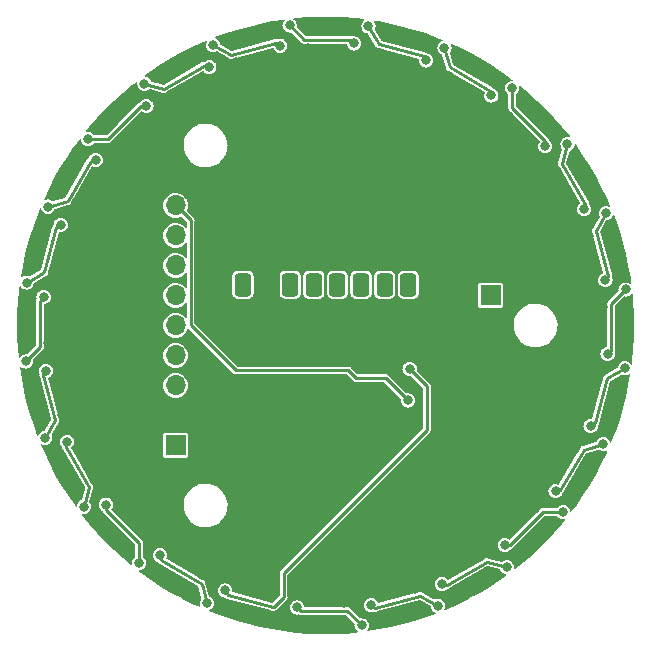
<source format=gbr>
G04 #@! TF.GenerationSoftware,KiCad,Pcbnew,7.0.2-0*
G04 #@! TF.CreationDate,2023-06-19T13:03:14-04:00*
G04 #@! TF.ProjectId,speed_joystick,73706565-645f-46a6-9f79-737469636b2e,rev?*
G04 #@! TF.SameCoordinates,Original*
G04 #@! TF.FileFunction,Copper,L2,Bot*
G04 #@! TF.FilePolarity,Positive*
%FSLAX46Y46*%
G04 Gerber Fmt 4.6, Leading zero omitted, Abs format (unit mm)*
G04 Created by KiCad (PCBNEW 7.0.2-0) date 2023-06-19 13:03:14*
%MOMM*%
%LPD*%
G01*
G04 APERTURE LIST*
G04 Aperture macros list*
%AMRoundRect*
0 Rectangle with rounded corners*
0 $1 Rounding radius*
0 $2 $3 $4 $5 $6 $7 $8 $9 X,Y pos of 4 corners*
0 Add a 4 corners polygon primitive as box body*
4,1,4,$2,$3,$4,$5,$6,$7,$8,$9,$2,$3,0*
0 Add four circle primitives for the rounded corners*
1,1,$1+$1,$2,$3*
1,1,$1+$1,$4,$5*
1,1,$1+$1,$6,$7*
1,1,$1+$1,$8,$9*
0 Add four rect primitives between the rounded corners*
20,1,$1+$1,$2,$3,$4,$5,0*
20,1,$1+$1,$4,$5,$6,$7,0*
20,1,$1+$1,$6,$7,$8,$9,0*
20,1,$1+$1,$8,$9,$2,$3,0*%
G04 Aperture macros list end*
G04 #@! TA.AperFunction,ComponentPad*
%ADD10RoundRect,0.350000X-0.350000X-0.650000X0.350000X-0.650000X0.350000X0.650000X-0.350000X0.650000X0*%
G04 #@! TD*
G04 #@! TA.AperFunction,ComponentPad*
%ADD11R,1.700000X1.700000*%
G04 #@! TD*
G04 #@! TA.AperFunction,ComponentPad*
%ADD12O,1.700000X1.700000*%
G04 #@! TD*
G04 #@! TA.AperFunction,ViaPad*
%ADD13C,0.800000*%
G04 #@! TD*
G04 #@! TA.AperFunction,Conductor*
%ADD14C,0.250000*%
G04 #@! TD*
G04 APERTURE END LIST*
D10*
X-7000000Y3450000D03*
X-5000000Y3450000D03*
X-3000000Y3450000D03*
X-1000000Y3450000D03*
X1000000Y3450000D03*
X3000000Y3450000D03*
X5000000Y3450000D03*
X7000000Y3450000D03*
D11*
X-12700000Y-10160000D03*
D12*
X-12700000Y-7620000D03*
X-12700000Y-5080000D03*
X-12700000Y-2540000D03*
X-12700000Y0D03*
X-12700000Y2540000D03*
X-12700000Y5080000D03*
X-12700000Y7620000D03*
X-12700000Y10160000D03*
D11*
X13970000Y2540000D03*
D13*
X15805251Y20115774D03*
X18589130Y15176633D03*
X21883723Y9848281D03*
X20473045Y15339645D03*
X3048000Y-25400000D03*
X-2413000Y-23876000D03*
X3848785Y-23686975D03*
X9518146Y-23745636D03*
X9848281Y-21883723D03*
X15339645Y-20473045D03*
X20115774Y-15805251D03*
X15176633Y-18589130D03*
X23521045Y-10060355D03*
X19470723Y-14027719D03*
X22437915Y-8510343D03*
X25323396Y-3629862D03*
X25400000Y3048000D03*
X23876000Y-2413000D03*
X23745636Y9518146D03*
X23686975Y3848785D03*
X10060355Y23521045D03*
X14027719Y19470723D03*
X3629862Y25323396D03*
X8510343Y22437915D03*
X-3048000Y25400000D03*
X2413000Y23876000D03*
X-9518146Y23745636D03*
X-3848785Y23686975D03*
X-9848281Y21883723D03*
X-15339645Y20473045D03*
X-20115774Y15805251D03*
X-15176633Y18589130D03*
X-19470723Y14027719D03*
X-23521045Y10060355D03*
X-22437915Y8510343D03*
X-25323396Y3629862D03*
X-23876000Y2413000D03*
X-25400000Y-3048000D03*
X-23745636Y-9518146D03*
X-23686975Y-3848785D03*
X-20473045Y-15339645D03*
X-21883723Y-9848281D03*
X-18589130Y-15176633D03*
X-15805251Y-20115774D03*
X-14027719Y-19470723D03*
X-10060355Y-23521045D03*
X7112000Y-3683000D03*
X-8510343Y-22437915D03*
X6985000Y-6350000D03*
X21971000Y-1778000D03*
X1778000Y21971000D03*
X-9445707Y19916444D03*
X14278607Y-16793079D03*
X-16793079Y-14278607D03*
X-15535843Y-17691105D03*
X22299987Y7553024D03*
X4608883Y23088868D03*
X23495000Y1524000D03*
X-19916444Y-9445707D03*
X16793079Y14278607D03*
X-14278607Y16793079D03*
X11176000Y-4064000D03*
X-21109267Y10427677D03*
X-17691105Y15535843D03*
X-1778000Y-21971000D03*
X-22299987Y-7553024D03*
X21682537Y3969097D03*
X-1524000Y23495000D03*
X-7553024Y22299987D03*
X-20762176Y7403929D03*
X-23495000Y-1524000D03*
X-12525293Y-18138444D03*
X13067323Y-19585267D03*
X23088868Y-4608883D03*
X-21682537Y-3969097D03*
X-23088868Y4608883D03*
X-4608883Y-23088868D03*
X-7403929Y-20762176D03*
X17691105Y-15535843D03*
X20762176Y-7403929D03*
X19916444Y9445707D03*
X15535843Y17691105D03*
X-3969097Y21682537D03*
X-10427677Y-21109267D03*
X7403929Y20762176D03*
X15494000Y-7874000D03*
X3969097Y-21682537D03*
X12525293Y18138444D03*
X-2540000Y-508000D03*
X18138444Y-12525293D03*
X-13067323Y19585267D03*
X19585267Y13067323D03*
X-21971000Y1778000D03*
X21109267Y-10427677D03*
X1524000Y-23495000D03*
X9445707Y-19916444D03*
X7553024Y-22299987D03*
X10427677Y21109267D03*
X-18138444Y12525293D03*
X-3048000Y-7112000D03*
X-19585267Y-13067323D03*
X9144000Y-2286000D03*
D14*
X18589130Y15606554D02*
X15805251Y18390433D01*
X18589130Y15176633D02*
X18589130Y15606554D01*
X15805251Y18390433D02*
X15805251Y20115774D01*
X21994994Y10263552D02*
X20026494Y13673094D01*
X21883723Y9848281D02*
X21994995Y10263553D01*
X20026494Y13673094D02*
X20473045Y15339645D01*
X1828000Y-24180000D02*
X3048000Y-25400000D01*
X-2413000Y-23876000D02*
X-2109000Y-24180000D01*
X-2109000Y-24180000D02*
X1828000Y-24180000D01*
X4221107Y-23901936D02*
X8023957Y-22882965D01*
X8023957Y-22882965D02*
X9518146Y-23745635D01*
X3848785Y-23686975D02*
X4221107Y-23901935D01*
X10263552Y-21994994D02*
X13673094Y-20026494D01*
X9848281Y-21883723D02*
X10263553Y-21994995D01*
X13673094Y-20026494D02*
X15339645Y-20473045D01*
X15606554Y-18589130D02*
X18390433Y-15805251D01*
X18390433Y-15805251D02*
X20115774Y-15805251D01*
X15176633Y-18589130D02*
X15606554Y-18589130D01*
X19470723Y-14027719D02*
X19885995Y-13916447D01*
X19885994Y-13916448D02*
X21854494Y-10506906D01*
X21854494Y-10506906D02*
X23521045Y-10060355D01*
X23829208Y-4492532D02*
X25323397Y-3629862D01*
X22810237Y-8295382D02*
X23829208Y-4492532D01*
X22437915Y-8510343D02*
X22810237Y-8295383D01*
X24180000Y1828000D02*
X25400000Y3048000D01*
X24180000Y-2109000D02*
X24180000Y1828000D01*
X23876000Y-2413000D02*
X24180000Y-2109000D01*
X22882965Y8023957D02*
X23745635Y9518146D01*
X23686975Y3848785D02*
X23901935Y4221107D01*
X23901936Y4221107D02*
X22882965Y8023957D01*
X13916448Y19885994D02*
X10506906Y21854494D01*
X10506906Y21854494D02*
X10060355Y23521045D01*
X14027719Y19470723D02*
X13916447Y19885995D01*
X8295382Y22810237D02*
X4492532Y23829208D01*
X8510343Y22437915D02*
X8295383Y22810237D01*
X4492532Y23829208D02*
X3629862Y25323397D01*
X-1828000Y24180000D02*
X-3048000Y25400000D01*
X2413000Y23876000D02*
X2109000Y24180000D01*
X2109000Y24180000D02*
X-1828000Y24180000D01*
X-8023957Y22882965D02*
X-9518146Y23745635D01*
X-4221107Y23901936D02*
X-8023957Y22882965D01*
X-3848785Y23686975D02*
X-4221107Y23901935D01*
X-9848281Y21883723D02*
X-10263553Y21994995D01*
X-10263552Y21994994D02*
X-13673094Y20026494D01*
X-13673094Y20026494D02*
X-15339645Y20473045D01*
X-15606554Y18589130D02*
X-18390433Y15805251D01*
X-15176633Y18589130D02*
X-15606554Y18589130D01*
X-18390433Y15805251D02*
X-20115774Y15805251D01*
X-19470723Y14027719D02*
X-19885995Y13916447D01*
X-21854494Y10506906D02*
X-23521045Y10060355D01*
X-19885994Y13916448D02*
X-21854494Y10506906D01*
X-22437915Y8510343D02*
X-22810237Y8295383D01*
X-23829208Y4492532D02*
X-25323397Y3629862D01*
X-22810237Y8295382D02*
X-23829208Y4492532D01*
X-24180000Y-1828000D02*
X-25400000Y-3048000D01*
X-23876000Y2413000D02*
X-24180000Y2109000D01*
X-24180000Y2109000D02*
X-24180000Y-1828000D01*
X-23901936Y-4221107D02*
X-22882965Y-8023957D01*
X-23686975Y-3848785D02*
X-23901935Y-4221107D01*
X-22882965Y-8023957D02*
X-23745635Y-9518146D01*
X-20026494Y-13673094D02*
X-20473045Y-15339645D01*
X-21883723Y-9848281D02*
X-21994995Y-10263553D01*
X-21994994Y-10263552D02*
X-20026494Y-13673094D01*
X-15805251Y-18390433D02*
X-15805251Y-20115774D01*
X-18589130Y-15606554D02*
X-15805251Y-18390433D01*
X-18589130Y-15176633D02*
X-18589130Y-15606554D01*
X-10506906Y-21854494D02*
X-10060355Y-23521045D01*
X-14027719Y-19470723D02*
X-13916447Y-19885995D01*
X-13916448Y-19885994D02*
X-10506906Y-21854494D01*
X-3556000Y-20955000D02*
X8572500Y-8826500D01*
X-4380486Y-23829208D02*
X-3556000Y-23004722D01*
X-4492532Y-23829208D02*
X-4380486Y-23829208D01*
X-8510343Y-22437915D02*
X-8295383Y-22810237D01*
X-8295382Y-22810237D02*
X-4492532Y-23829208D01*
X-3556000Y-23004722D02*
X-3556000Y-20955000D01*
X8572500Y-5143500D02*
X7112000Y-3683000D01*
X8572500Y-8826500D02*
X8572500Y-5143500D01*
X2540000Y-4445000D02*
X1905000Y-3810000D01*
X6985000Y-6350000D02*
X5080000Y-4445000D01*
X-11430000Y8890000D02*
X-12700000Y10160000D01*
X5080000Y-4445000D02*
X2540000Y-4445000D01*
X-7620000Y-3810000D02*
X-11430000Y0D01*
X-11430000Y0D02*
X-11430000Y8890000D01*
X1905000Y-3810000D02*
X-7620000Y-3810000D01*
G04 #@! TA.AperFunction,Conductor*
G36*
X507672Y26126272D02*
G01*
X1518432Y26087049D01*
X1520329Y26086939D01*
X2528837Y26008551D01*
X2530729Y26008367D01*
X3283248Y25920410D01*
X3315995Y25902133D01*
X3326228Y25866052D01*
X3307951Y25833305D01*
X3307388Y25832867D01*
X3201579Y25751678D01*
X3164106Y25702841D01*
X3105326Y25626237D01*
X3069069Y25538704D01*
X3044818Y25480158D01*
X3024180Y25323396D01*
X3044818Y25166633D01*
X3073596Y25097157D01*
X3103064Y25026015D01*
X3105327Y25020553D01*
X3201579Y24895113D01*
X3327019Y24798861D01*
X3327020Y24798860D01*
X3327021Y24798860D01*
X3337986Y24794318D01*
X3473099Y24738351D01*
X3577588Y24724595D01*
X3610067Y24705843D01*
X3613627Y24700514D01*
X4202464Y23680618D01*
X4204438Y23676827D01*
X4221784Y23639629D01*
X4250817Y23610596D01*
X4253692Y23607457D01*
X4269024Y23589186D01*
X4280079Y23576012D01*
X4287088Y23571965D01*
X4297226Y23564186D01*
X4302953Y23558460D01*
X4340147Y23541115D01*
X4343935Y23539143D01*
X4379486Y23518618D01*
X4419924Y23511487D01*
X4424095Y23510562D01*
X7880960Y22584297D01*
X7910713Y22561467D01*
X7916859Y22530571D01*
X7904661Y22437915D01*
X7925299Y22281152D01*
X7985808Y22135072D01*
X8082060Y22009632D01*
X8207500Y21913380D01*
X8353580Y21852871D01*
X8510343Y21832233D01*
X8667105Y21852871D01*
X8813184Y21913379D01*
X8836862Y21931548D01*
X8938625Y22009632D01*
X9034877Y22135072D01*
X9034879Y22135074D01*
X9095387Y22281153D01*
X9116025Y22437915D01*
X9095387Y22594677D01*
X9034879Y22740756D01*
X8938625Y22866197D01*
X8813184Y22962451D01*
X8667105Y23022959D01*
X8545127Y23039017D01*
X8513987Y23056102D01*
X8507838Y23063431D01*
X8500826Y23067478D01*
X8490676Y23075268D01*
X8484961Y23080984D01*
X8447735Y23098341D01*
X8444002Y23100285D01*
X8408428Y23120825D01*
X8367989Y23127955D01*
X8363827Y23128878D01*
X4726613Y24103468D01*
X4696862Y24126297D01*
X4681909Y24152196D01*
X4177409Y25026015D01*
X4172515Y25063197D01*
X4174575Y25069267D01*
X4214906Y25166634D01*
X4235544Y25323396D01*
X4214906Y25480158D01*
X4154398Y25626237D01*
X4082523Y25719905D01*
X4072818Y25756126D01*
X4091569Y25788605D01*
X4127794Y25798312D01*
X4128970Y25798143D01*
X4536697Y25734377D01*
X4538569Y25734047D01*
X5531167Y25539107D01*
X5533024Y25538704D01*
X6517278Y25305431D01*
X6519118Y25304957D01*
X7493599Y25033693D01*
X7495420Y25033148D01*
X8458654Y24724299D01*
X8460452Y24723684D01*
X9411001Y24377712D01*
X9412774Y24377027D01*
X9878914Y24186587D01*
X9905561Y24160198D01*
X9905742Y24122695D01*
X9879353Y24096048D01*
X9757514Y24045581D01*
X9710156Y24009242D01*
X9632072Y23949327D01*
X9564999Y23861914D01*
X9535819Y23823886D01*
X9515136Y23773952D01*
X9475311Y23677807D01*
X9454673Y23521045D01*
X9475311Y23364282D01*
X9494750Y23317353D01*
X9534619Y23221100D01*
X9535820Y23218202D01*
X9632072Y23092762D01*
X9757511Y22996510D01*
X9854881Y22956177D01*
X9881399Y22929658D01*
X9883459Y22923589D01*
X10188266Y21786034D01*
X10189191Y21781862D01*
X10196317Y21741448D01*
X10216837Y21705905D01*
X10218809Y21702117D01*
X10236158Y21664914D01*
X10241886Y21659185D01*
X10249667Y21649043D01*
X10253711Y21642039D01*
X10285147Y21615660D01*
X10288296Y21612774D01*
X10317325Y21583746D01*
X10354534Y21566395D01*
X10358325Y21564421D01*
X13457669Y19775014D01*
X13480499Y19745261D01*
X13478439Y19713827D01*
X13442675Y19627485D01*
X13422037Y19470723D01*
X13442675Y19313960D01*
X13503184Y19167880D01*
X13599436Y19042440D01*
X13724876Y18946188D01*
X13870956Y18885679D01*
X14027719Y18865041D01*
X14184481Y18885679D01*
X14330560Y18946187D01*
X14354238Y18964356D01*
X14456001Y19042440D01*
X14552253Y19167880D01*
X14552255Y19167882D01*
X14612763Y19313961D01*
X14633401Y19470723D01*
X14612763Y19627485D01*
X14552255Y19773564D01*
X14456001Y19899005D01*
X14330560Y19995259D01*
X14216895Y20042339D01*
X14191237Y20066903D01*
X14187194Y20075573D01*
X14187194Y20075574D01*
X14181474Y20081292D01*
X14173687Y20091440D01*
X14169642Y20098449D01*
X14138187Y20124841D01*
X14135047Y20127720D01*
X14106027Y20156741D01*
X14106026Y20156741D01*
X14106026Y20156742D01*
X14068813Y20174094D01*
X14065043Y20176057D01*
X10803994Y22058824D01*
X10781166Y22088575D01*
X10512277Y23092080D01*
X10517172Y23129262D01*
X10520733Y23134591D01*
X10549290Y23171808D01*
X10584891Y23218204D01*
X10645399Y23364283D01*
X10666037Y23521045D01*
X10645399Y23677807D01*
X10600037Y23787320D01*
X10600037Y23824822D01*
X10626555Y23851341D01*
X10664058Y23851341D01*
X10665584Y23850679D01*
X11271788Y23575126D01*
X11273502Y23574306D01*
X12177437Y23120333D01*
X12179119Y23119447D01*
X13064784Y22630758D01*
X13066429Y22629808D01*
X13932460Y22107155D01*
X13934068Y22106142D01*
X14779209Y21550285D01*
X14780776Y21549210D01*
X15603705Y20961015D01*
X15605229Y20959880D01*
X15804363Y20805539D01*
X15822957Y20772970D01*
X15813075Y20736793D01*
X15780742Y20718229D01*
X15648489Y20700818D01*
X15502410Y20640310D01*
X15455052Y20603971D01*
X15376968Y20544056D01*
X15322480Y20473045D01*
X15280715Y20418615D01*
X15223839Y20281305D01*
X15220207Y20272536D01*
X15199569Y20115774D01*
X15220207Y19959011D01*
X15280716Y19812931D01*
X15376967Y19687493D01*
X15460581Y19623334D01*
X15479332Y19590855D01*
X15479751Y19584460D01*
X15479751Y18406791D01*
X15479565Y18402520D01*
X15475986Y18361625D01*
X15486614Y18321961D01*
X15487538Y18317790D01*
X15494662Y18277388D01*
X15498710Y18270377D01*
X15503602Y18258566D01*
X15505697Y18250747D01*
X15529233Y18217134D01*
X15531528Y18213532D01*
X15552056Y18177978D01*
X15583505Y18151588D01*
X15586655Y18148701D01*
X18117260Y15618095D01*
X18131612Y15583447D01*
X18121487Y15553619D01*
X18064594Y15479474D01*
X18022135Y15376969D01*
X18004086Y15333395D01*
X17983448Y15176633D01*
X18004086Y15019870D01*
X18064595Y14873790D01*
X18160847Y14748350D01*
X18286287Y14652098D01*
X18432367Y14591589D01*
X18589129Y14570951D01*
X18589130Y14570951D01*
X18745892Y14591589D01*
X18891971Y14652097D01*
X18915649Y14670266D01*
X19017412Y14748350D01*
X19113664Y14873790D01*
X19113666Y14873792D01*
X19174174Y15019871D01*
X19194812Y15176633D01*
X19174174Y15333395D01*
X19113666Y15479474D01*
X19017412Y15604915D01*
X18919803Y15679811D01*
X18901379Y15710175D01*
X18899718Y15719599D01*
X18895669Y15726611D01*
X18890777Y15738422D01*
X18888683Y15746238D01*
X18865136Y15779865D01*
X18862855Y15783445D01*
X18842324Y15819009D01*
X18810880Y15845393D01*
X18807739Y15848270D01*
X16145103Y18510907D01*
X16130751Y18545555D01*
X16130751Y19584460D01*
X16145103Y19619108D01*
X16149921Y19623334D01*
X16233534Y19687493D01*
X16281868Y19750484D01*
X16329787Y19812933D01*
X16390295Y19959012D01*
X16410933Y20115774D01*
X16394924Y20237373D01*
X16404631Y20273598D01*
X16437109Y20292350D01*
X16473334Y20282643D01*
X16475002Y20281305D01*
X17181111Y19688809D01*
X17182542Y19687560D01*
X17931618Y19007810D01*
X17933001Y19006506D01*
X18655189Y18298188D01*
X18656519Y18296831D01*
X19350665Y17561081D01*
X19351942Y17559674D01*
X20017048Y16797546D01*
X20018270Y16796090D01*
X20653331Y16008738D01*
X20654500Y16007229D01*
X20656100Y16005079D01*
X20665272Y15968714D01*
X20646045Y15936516D01*
X20610396Y15927244D01*
X20473045Y15945327D01*
X20316283Y15924689D01*
X20170204Y15864181D01*
X20137502Y15839088D01*
X20044762Y15767927D01*
X19977148Y15679809D01*
X19948509Y15642486D01*
X19901598Y15529233D01*
X19888001Y15496407D01*
X19867363Y15339645D01*
X19888001Y15182882D01*
X19918255Y15109843D01*
X19948509Y15036804D01*
X19961503Y15019870D01*
X20012666Y14953192D01*
X20022372Y14916967D01*
X20021121Y14910681D01*
X19716316Y13773130D01*
X19715031Y13769053D01*
X19700994Y13730487D01*
X19700994Y13689444D01*
X19700808Y13685174D01*
X19697230Y13644285D01*
X19699324Y13636475D01*
X19700994Y13623792D01*
X19700994Y13615698D01*
X19715034Y13577123D01*
X19716319Y13573047D01*
X19726939Y13533410D01*
X19750479Y13499791D01*
X19752775Y13496187D01*
X21542190Y10396829D01*
X21547085Y10359647D01*
X21529584Y10333455D01*
X21455440Y10276563D01*
X21377356Y10174800D01*
X21359187Y10151122D01*
X21329450Y10079331D01*
X21298679Y10005043D01*
X21278041Y9848281D01*
X21298679Y9691518D01*
X21359188Y9545438D01*
X21455440Y9419998D01*
X21580880Y9323746D01*
X21726960Y9263237D01*
X21883722Y9242599D01*
X21883723Y9242599D01*
X22040485Y9263237D01*
X22186564Y9323745D01*
X22235614Y9361382D01*
X22312005Y9419998D01*
X22371920Y9498082D01*
X22408259Y9545440D01*
X22468767Y9691519D01*
X22489405Y9848281D01*
X22468767Y10005043D01*
X22408259Y10151122D01*
X22333361Y10248729D01*
X22323424Y10282828D01*
X22324258Y10292359D01*
X22322164Y10300175D01*
X22320494Y10312858D01*
X22320494Y10320944D01*
X22320494Y10320946D01*
X22306452Y10359522D01*
X22305179Y10363561D01*
X22294549Y10403237D01*
X22270987Y10436886D01*
X22268711Y10440457D01*
X20385945Y13701504D01*
X20381051Y13738685D01*
X20468993Y14066890D01*
X20649939Y14742190D01*
X20672768Y14771942D01*
X20678510Y14774774D01*
X20775886Y14815109D01*
X20852361Y14873790D01*
X20901327Y14911362D01*
X20997579Y15036802D01*
X20997581Y15036804D01*
X21058089Y15182883D01*
X21073898Y15302965D01*
X21092650Y15335443D01*
X21128875Y15345150D01*
X21161353Y15326398D01*
X21161783Y15325830D01*
X21258542Y15195859D01*
X21259647Y15194313D01*
X21831784Y14360116D01*
X21832828Y14358528D01*
X22372179Y13502791D01*
X22373161Y13501164D01*
X22878933Y12625142D01*
X22879851Y12623478D01*
X23351267Y11728516D01*
X23352120Y11726818D01*
X23788479Y10814250D01*
X23789266Y10812520D01*
X24089357Y10116830D01*
X24089902Y10079331D01*
X24063772Y10052429D01*
X24026273Y10051884D01*
X24025726Y10052105D01*
X23902398Y10103190D01*
X23745636Y10123828D01*
X23588874Y10103190D01*
X23442795Y10042682D01*
X23395437Y10006343D01*
X23317353Y9946428D01*
X23264237Y9877205D01*
X23221100Y9820987D01*
X23194201Y9756047D01*
X23160592Y9674908D01*
X23139954Y9518146D01*
X23160592Y9361382D01*
X23200922Y9264017D01*
X23200922Y9226514D01*
X23198088Y9220768D01*
X22883325Y8675582D01*
X22609247Y8200865D01*
X22606951Y8197260D01*
X22583410Y8163640D01*
X22572789Y8124001D01*
X22571504Y8119926D01*
X22557465Y8081352D01*
X22557465Y8073258D01*
X22555795Y8060574D01*
X22553701Y8052763D01*
X22557279Y8011875D01*
X22557465Y8007605D01*
X22557465Y7966560D01*
X22571502Y7927990D01*
X22572787Y7923915D01*
X23499056Y4467037D01*
X23494161Y4429855D01*
X23470477Y4409085D01*
X23384134Y4373321D01*
X23382858Y4372342D01*
X23258692Y4277067D01*
X23201448Y4202464D01*
X23162439Y4151626D01*
X23115276Y4037765D01*
X23101931Y4005547D01*
X23081293Y3848785D01*
X23101931Y3692022D01*
X23162440Y3545942D01*
X23258692Y3420502D01*
X23384132Y3324250D01*
X23384133Y3324249D01*
X23384134Y3324249D01*
X23424784Y3307411D01*
X23530212Y3263741D01*
X23686975Y3243103D01*
X23843737Y3263741D01*
X23989816Y3324249D01*
X24013494Y3342418D01*
X24115257Y3420502D01*
X24187945Y3515232D01*
X24211511Y3545944D01*
X24272019Y3692023D01*
X24292657Y3848785D01*
X24272019Y4005547D01*
X24224936Y4119212D01*
X24224162Y4154723D01*
X24227434Y4163712D01*
X24227434Y4171798D01*
X24229104Y4184481D01*
X24231199Y4192301D01*
X24227621Y4233190D01*
X24227434Y4237463D01*
X24227434Y4253704D01*
X24227435Y4278501D01*
X24213394Y4317072D01*
X24212120Y4321114D01*
X23237522Y7958364D01*
X23242417Y7995546D01*
X23287284Y8073258D01*
X23761870Y8895265D01*
X23791622Y8918094D01*
X23797908Y8919345D01*
X23902398Y8933101D01*
X24000253Y8973635D01*
X24048477Y8993610D01*
X24077183Y9015637D01*
X24173918Y9089863D01*
X24263250Y9206284D01*
X24270172Y9215305D01*
X24315352Y9324380D01*
X24341871Y9350898D01*
X24379374Y9350898D01*
X24405892Y9324379D01*
X24406333Y9323277D01*
X24554974Y8938289D01*
X24555624Y8936503D01*
X24883096Y7979432D01*
X24883676Y7977622D01*
X25173781Y7008602D01*
X25174291Y7006772D01*
X25426617Y6027184D01*
X25427055Y6025334D01*
X25641193Y5036758D01*
X25641560Y5034894D01*
X25817220Y4038683D01*
X25817513Y4036805D01*
X25885656Y3537903D01*
X25876125Y3501631D01*
X25843738Y3482723D01*
X25807467Y3492253D01*
X25702841Y3572536D01*
X25556762Y3633044D01*
X25400000Y3653682D01*
X25243238Y3633044D01*
X25097159Y3572536D01*
X25062504Y3545944D01*
X24971717Y3476282D01*
X24893633Y3374519D01*
X24875464Y3350841D01*
X24814956Y3204762D01*
X24794318Y3048000D01*
X24808074Y2943511D01*
X24798367Y2907286D01*
X24794141Y2902467D01*
X23961398Y2069724D01*
X23958259Y2066847D01*
X23926806Y2040455D01*
X23926805Y2040453D01*
X23906284Y2004911D01*
X23903988Y2001306D01*
X23892373Y1984717D01*
X23880445Y1967682D01*
X23878351Y1959867D01*
X23873456Y1948050D01*
X23869411Y1941044D01*
X23862285Y1900632D01*
X23861360Y1896460D01*
X23850735Y1856809D01*
X23854314Y1815911D01*
X23854500Y1811640D01*
X23854500Y-1767176D01*
X23840148Y-1801824D01*
X23811896Y-1815757D01*
X23719237Y-1827956D01*
X23573157Y-1888465D01*
X23447717Y-1984717D01*
X23351465Y-2110157D01*
X23290956Y-2256237D01*
X23286377Y-2291022D01*
X23270318Y-2413000D01*
X23290956Y-2569762D01*
X23351464Y-2715841D01*
X23364256Y-2732512D01*
X23447717Y-2841282D01*
X23470373Y-2858666D01*
X23573159Y-2937536D01*
X23719238Y-2998044D01*
X23876000Y-3018682D01*
X24032762Y-2998044D01*
X24178841Y-2937536D01*
X24304282Y-2841282D01*
X24400536Y-2715841D01*
X24461044Y-2569762D01*
X24481682Y-2413000D01*
X24465623Y-2291021D01*
X24474066Y-2256520D01*
X24479554Y-2248684D01*
X24481648Y-2240865D01*
X24486541Y-2229052D01*
X24490588Y-2222045D01*
X24497715Y-2181623D01*
X24498640Y-2177452D01*
X24509264Y-2137807D01*
X24505686Y-2096911D01*
X24505500Y-2092640D01*
X24505500Y1672877D01*
X24519852Y1707525D01*
X25254467Y2442141D01*
X25289115Y2456493D01*
X25295511Y2456074D01*
X25399999Y2442318D01*
X25400000Y2442318D01*
X25556762Y2462956D01*
X25702841Y2523464D01*
X25763178Y2569762D01*
X25828279Y2619715D01*
X25828280Y2619716D01*
X25828282Y2619718D01*
X25900444Y2713761D01*
X25932920Y2732512D01*
X25969145Y2722806D01*
X25987897Y2690327D01*
X25988086Y2688675D01*
X26052552Y2025910D01*
X26052699Y2024015D01*
X26111514Y1014204D01*
X26111588Y1012305D01*
X26131203Y950D01*
X26131203Y-950D01*
X26111588Y-1012305D01*
X26111514Y-1014204D01*
X26052699Y-2024015D01*
X26052552Y-2025910D01*
X25954622Y-3032715D01*
X25954401Y-3034602D01*
X25920307Y-3284213D01*
X25901398Y-3316600D01*
X25865127Y-3326131D01*
X25832886Y-3307412D01*
X25751678Y-3201580D01*
X25751676Y-3201578D01*
X25751675Y-3201577D01*
X25626238Y-3105327D01*
X25626237Y-3105326D01*
X25480158Y-3044818D01*
X25323396Y-3024180D01*
X25166633Y-3044818D01*
X25020553Y-3105327D01*
X24895113Y-3201579D01*
X24798861Y-3327019D01*
X24738351Y-3473099D01*
X24724595Y-3577588D01*
X24705843Y-3610067D01*
X24700514Y-3613627D01*
X23680618Y-4202464D01*
X23676827Y-4204438D01*
X23639627Y-4221785D01*
X23610604Y-4250807D01*
X23607455Y-4253693D01*
X23576014Y-4280077D01*
X23571966Y-4287087D01*
X23564184Y-4297228D01*
X23558462Y-4302950D01*
X23541115Y-4340150D01*
X23539142Y-4343939D01*
X23518619Y-4379487D01*
X23511491Y-4419907D01*
X23510566Y-4424079D01*
X22584297Y-7880960D01*
X22561467Y-7910713D01*
X22530571Y-7916859D01*
X22437915Y-7904661D01*
X22281152Y-7925299D01*
X22201327Y-7958364D01*
X22154835Y-7977622D01*
X22135072Y-7985808D01*
X22009632Y-8082060D01*
X21913380Y-8207500D01*
X21852871Y-8353580D01*
X21845650Y-8408428D01*
X21832233Y-8510343D01*
X21852871Y-8667105D01*
X21913379Y-8813184D01*
X21913380Y-8813185D01*
X22009632Y-8938625D01*
X22055259Y-8973635D01*
X22135074Y-9034879D01*
X22281153Y-9095387D01*
X22437915Y-9116025D01*
X22594677Y-9095387D01*
X22740756Y-9034879D01*
X22866197Y-8938625D01*
X22962451Y-8813184D01*
X23022959Y-8667105D01*
X23039017Y-8545126D01*
X23056102Y-8513986D01*
X23063430Y-8507838D01*
X23067475Y-8500829D01*
X23075264Y-8490680D01*
X23080984Y-8484961D01*
X23098336Y-8447746D01*
X23100294Y-8443985D01*
X23120825Y-8408428D01*
X23127955Y-8367984D01*
X23128874Y-8363842D01*
X24103468Y-4726613D01*
X24126296Y-4696862D01*
X25026015Y-4177409D01*
X25063197Y-4172515D01*
X25069262Y-4174573D01*
X25166634Y-4214906D01*
X25323396Y-4235544D01*
X25480158Y-4214906D01*
X25626237Y-4154398D01*
X25723543Y-4079731D01*
X25759766Y-4070026D01*
X25792244Y-4088777D01*
X25801951Y-4125003D01*
X25801626Y-4127116D01*
X25641560Y-5034894D01*
X25641193Y-5036758D01*
X25427055Y-6025334D01*
X25426617Y-6027184D01*
X25174291Y-7006772D01*
X25173781Y-7008602D01*
X24883676Y-7977622D01*
X24883096Y-7979432D01*
X24555624Y-8936503D01*
X24554974Y-8938289D01*
X24190646Y-9881923D01*
X24189927Y-9883683D01*
X24188858Y-9886161D01*
X24161956Y-9912291D01*
X24124457Y-9911744D01*
X24098596Y-9885504D01*
X24097842Y-9883683D01*
X24045581Y-9757514D01*
X24009242Y-9710156D01*
X23949327Y-9632072D01*
X23823887Y-9535820D01*
X23823886Y-9535819D01*
X23677807Y-9475311D01*
X23521045Y-9454673D01*
X23521044Y-9454673D01*
X23364282Y-9475311D01*
X23218202Y-9535820D01*
X23092762Y-9632072D01*
X22996510Y-9757511D01*
X22956177Y-9854882D01*
X22929658Y-9881400D01*
X22923589Y-9883460D01*
X21786046Y-10188263D01*
X21781875Y-10189188D01*
X21741448Y-10196317D01*
X21705900Y-10216840D01*
X21702112Y-10218813D01*
X21664912Y-10236160D01*
X21659190Y-10241882D01*
X21649049Y-10249664D01*
X21642039Y-10253712D01*
X21615655Y-10285153D01*
X21612770Y-10288302D01*
X21583746Y-10317328D01*
X21566399Y-10354526D01*
X21564426Y-10358316D01*
X19775014Y-13457669D01*
X19745261Y-13480499D01*
X19713827Y-13478439D01*
X19627485Y-13442675D01*
X19470723Y-13422037D01*
X19313960Y-13442675D01*
X19277762Y-13457669D01*
X19168829Y-13502791D01*
X19167880Y-13503184D01*
X19042440Y-13599436D01*
X18946188Y-13724876D01*
X18891000Y-13858112D01*
X18885679Y-13870957D01*
X18865041Y-14027719D01*
X18885679Y-14184481D01*
X18946187Y-14330560D01*
X18946188Y-14330561D01*
X19042440Y-14456001D01*
X19118457Y-14514330D01*
X19167882Y-14552255D01*
X19313961Y-14612763D01*
X19470723Y-14633401D01*
X19627485Y-14612763D01*
X19773564Y-14552255D01*
X19899005Y-14456001D01*
X19995259Y-14330560D01*
X20042339Y-14216895D01*
X20066903Y-14191237D01*
X20075574Y-14187194D01*
X20081292Y-14181474D01*
X20091440Y-14173687D01*
X20098449Y-14169642D01*
X20124841Y-14138187D01*
X20127720Y-14135047D01*
X20156741Y-14106027D01*
X20156741Y-14106026D01*
X20156742Y-14106026D01*
X20174094Y-14068813D01*
X20176061Y-14065036D01*
X20182941Y-14053120D01*
X22058824Y-10803994D01*
X22088575Y-10781166D01*
X23092081Y-10512277D01*
X23129263Y-10517172D01*
X23134587Y-10520729D01*
X23218204Y-10584891D01*
X23364283Y-10645399D01*
X23521045Y-10666037D01*
X23677807Y-10645399D01*
X23789708Y-10599048D01*
X23827208Y-10599048D01*
X23853727Y-10625566D01*
X23853727Y-10663069D01*
X23853450Y-10663726D01*
X23789266Y-10812520D01*
X23788479Y-10814250D01*
X23352120Y-11726818D01*
X23351267Y-11728516D01*
X22879851Y-12623478D01*
X22878933Y-12625142D01*
X22373161Y-13501164D01*
X22372179Y-13502791D01*
X21832828Y-14358528D01*
X21831784Y-14360116D01*
X21259647Y-15194314D01*
X21258542Y-15195860D01*
X20806110Y-15803580D01*
X20773908Y-15822802D01*
X20737545Y-15813623D01*
X20718323Y-15781421D01*
X20718238Y-15780808D01*
X20700818Y-15648489D01*
X20698331Y-15642486D01*
X20673898Y-15583499D01*
X20640310Y-15502410D01*
X20594670Y-15442930D01*
X20544056Y-15376968D01*
X20418616Y-15280716D01*
X20418615Y-15280715D01*
X20272536Y-15220207D01*
X20115774Y-15199569D01*
X19959011Y-15220207D01*
X19812931Y-15280716D01*
X19687491Y-15376968D01*
X19623335Y-15460580D01*
X19590857Y-15479332D01*
X19584461Y-15479751D01*
X18406780Y-15479751D01*
X18402509Y-15479565D01*
X18361625Y-15475987D01*
X18321975Y-15486611D01*
X18317804Y-15487535D01*
X18277388Y-15494662D01*
X18270373Y-15498712D01*
X18258564Y-15503603D01*
X18250748Y-15505697D01*
X18217131Y-15529236D01*
X18213532Y-15531528D01*
X18177978Y-15552057D01*
X18177977Y-15552057D01*
X18177977Y-15552058D01*
X18151593Y-15583499D01*
X18148706Y-15586649D01*
X15618095Y-18117260D01*
X15583447Y-18131612D01*
X15553619Y-18121487D01*
X15479474Y-18064594D01*
X15333395Y-18004086D01*
X15176633Y-17983448D01*
X15176632Y-17983448D01*
X15019870Y-18004086D01*
X14873790Y-18064595D01*
X14748350Y-18160847D01*
X14652098Y-18286287D01*
X14652097Y-18286288D01*
X14652097Y-18286289D01*
X14591589Y-18432368D01*
X14570951Y-18589130D01*
X14591589Y-18745892D01*
X14652097Y-18891971D01*
X14659316Y-18901379D01*
X14748350Y-19017412D01*
X14826434Y-19077327D01*
X14873792Y-19113666D01*
X15019871Y-19174174D01*
X15176633Y-19194812D01*
X15333395Y-19174174D01*
X15479474Y-19113666D01*
X15604915Y-19017412D01*
X15613283Y-19006506D01*
X15679810Y-18919806D01*
X15710175Y-18901379D01*
X15719599Y-18899718D01*
X15726606Y-18895671D01*
X15738419Y-18890778D01*
X15746238Y-18888684D01*
X15779884Y-18865123D01*
X15783439Y-18862859D01*
X15819009Y-18842324D01*
X15845408Y-18810861D01*
X15848275Y-18807733D01*
X18510907Y-16145103D01*
X18545556Y-16130751D01*
X19584461Y-16130751D01*
X19619109Y-16145103D01*
X19623335Y-16149922D01*
X19687491Y-16233533D01*
X19765575Y-16293448D01*
X19812933Y-16329787D01*
X19959012Y-16390295D01*
X20115774Y-16410933D01*
X20232825Y-16395523D01*
X20269050Y-16405230D01*
X20287802Y-16437708D01*
X20278095Y-16473933D01*
X20277361Y-16474867D01*
X20018270Y-16796090D01*
X20017048Y-16797546D01*
X19351942Y-17559674D01*
X19350665Y-17561081D01*
X18656519Y-18296831D01*
X18655189Y-18298188D01*
X17933001Y-19006506D01*
X17931618Y-19007810D01*
X17182542Y-19687560D01*
X17181111Y-19688809D01*
X16406214Y-20339024D01*
X16404734Y-20340217D01*
X16006742Y-20648684D01*
X15970565Y-20658566D01*
X15937996Y-20639972D01*
X15928114Y-20603795D01*
X15928127Y-20603690D01*
X15945327Y-20473045D01*
X15924689Y-20316283D01*
X15864181Y-20170204D01*
X15803749Y-20091447D01*
X15767927Y-20044762D01*
X15656174Y-19959012D01*
X15642486Y-19948509D01*
X15496407Y-19888001D01*
X15339645Y-19867363D01*
X15182882Y-19888001D01*
X15109843Y-19918255D01*
X15036804Y-19948509D01*
X14982618Y-19990086D01*
X14953192Y-20012666D01*
X14916967Y-20022372D01*
X14910681Y-20021121D01*
X13873510Y-19743212D01*
X13773128Y-19716315D01*
X13769053Y-19715031D01*
X13765745Y-19713827D01*
X13730488Y-19700994D01*
X13689445Y-19700994D01*
X13685175Y-19700808D01*
X13644286Y-19697230D01*
X13638205Y-19698860D01*
X13636474Y-19699324D01*
X13623793Y-19700994D01*
X13615699Y-19700994D01*
X13577123Y-19715034D01*
X13573047Y-19716319D01*
X13533410Y-19726939D01*
X13499791Y-19750479D01*
X13496187Y-19752775D01*
X10396829Y-21542190D01*
X10359647Y-21547085D01*
X10333455Y-21529584D01*
X10276563Y-21455440D01*
X10151123Y-21359188D01*
X10151122Y-21359187D01*
X10005043Y-21298679D01*
X9848281Y-21278041D01*
X9691518Y-21298679D01*
X9545438Y-21359188D01*
X9419998Y-21455440D01*
X9323746Y-21580880D01*
X9263237Y-21726960D01*
X9255732Y-21783971D01*
X9242599Y-21883723D01*
X9263237Y-22040485D01*
X9323745Y-22186564D01*
X9341914Y-22210242D01*
X9419998Y-22312005D01*
X9435967Y-22324258D01*
X9545440Y-22408259D01*
X9691519Y-22468767D01*
X9848281Y-22489405D01*
X10005043Y-22468767D01*
X10151122Y-22408259D01*
X10248729Y-22333361D01*
X10282828Y-22323424D01*
X10292359Y-22324258D01*
X10292359Y-22324257D01*
X10292360Y-22324258D01*
X10300175Y-22322163D01*
X10312858Y-22320494D01*
X10320944Y-22320494D01*
X10320946Y-22320494D01*
X10359522Y-22306452D01*
X10363561Y-22305179D01*
X10403237Y-22294549D01*
X10436886Y-22270987D01*
X10440457Y-22268711D01*
X13701504Y-20385945D01*
X13738685Y-20381051D01*
X13767243Y-20388703D01*
X14742190Y-20649939D01*
X14771942Y-20672768D01*
X14774774Y-20678510D01*
X14815109Y-20775886D01*
X14815110Y-20775887D01*
X14911362Y-20901327D01*
X14943766Y-20926191D01*
X15036804Y-20997581D01*
X15182883Y-21058089D01*
X15300406Y-21073561D01*
X15332884Y-21092313D01*
X15342591Y-21128538D01*
X15323839Y-21161016D01*
X15322503Y-21162006D01*
X14780776Y-21549210D01*
X14779209Y-21550285D01*
X13934068Y-22106142D01*
X13932460Y-22107155D01*
X13066429Y-22629808D01*
X13064784Y-22630758D01*
X12179119Y-23119447D01*
X12177437Y-23120333D01*
X11273502Y-23574306D01*
X11271788Y-23575126D01*
X10350919Y-23993712D01*
X10349174Y-23994464D01*
X10115944Y-24089749D01*
X10078441Y-24089568D01*
X10052052Y-24062921D01*
X10052141Y-24025638D01*
X10103190Y-23902398D01*
X10123828Y-23745636D01*
X10103190Y-23588874D01*
X10042682Y-23442795D01*
X9997669Y-23384133D01*
X9946428Y-23317353D01*
X9820988Y-23221101D01*
X9820987Y-23221100D01*
X9674908Y-23160592D01*
X9518146Y-23139954D01*
X9361382Y-23160592D01*
X9264017Y-23200922D01*
X9226514Y-23200922D01*
X9220766Y-23198087D01*
X9127784Y-23144404D01*
X8237333Y-22630302D01*
X8200865Y-22609247D01*
X8197260Y-22606951D01*
X8163640Y-22583410D01*
X8124001Y-22572789D01*
X8119926Y-22571504D01*
X8081352Y-22557465D01*
X8081351Y-22557465D01*
X8073258Y-22557465D01*
X8060576Y-22555795D01*
X8058504Y-22555240D01*
X8052764Y-22553701D01*
X8011876Y-22557279D01*
X8007606Y-22557465D01*
X7966560Y-22557465D01*
X7927990Y-22571502D01*
X7923915Y-22572787D01*
X4467037Y-23499056D01*
X4429855Y-23494161D01*
X4409085Y-23470477D01*
X4399658Y-23447718D01*
X4373321Y-23384134D01*
X4348253Y-23351465D01*
X4277067Y-23258692D01*
X4151627Y-23162440D01*
X4151626Y-23162439D01*
X4005547Y-23101931D01*
X3848785Y-23081293D01*
X3848784Y-23081293D01*
X3692022Y-23101931D01*
X3545942Y-23162440D01*
X3420502Y-23258692D01*
X3324250Y-23384132D01*
X3267539Y-23521045D01*
X3263741Y-23530213D01*
X3243103Y-23686975D01*
X3263741Y-23843737D01*
X3324249Y-23989816D01*
X3327543Y-23994109D01*
X3420502Y-24115257D01*
X3476822Y-24158472D01*
X3545944Y-24211511D01*
X3692023Y-24272019D01*
X3848785Y-24292657D01*
X4005547Y-24272019D01*
X4119212Y-24224936D01*
X4154723Y-24224162D01*
X4163713Y-24227434D01*
X4171799Y-24227434D01*
X4184479Y-24229103D01*
X4192300Y-24231199D01*
X4192301Y-24231198D01*
X4192302Y-24231199D01*
X4216243Y-24229104D01*
X4233193Y-24227620D01*
X4237461Y-24227434D01*
X4278501Y-24227435D01*
X4317072Y-24213394D01*
X4321114Y-24212120D01*
X7958364Y-23237522D01*
X7995545Y-23242416D01*
X8895265Y-23761870D01*
X8918094Y-23791622D01*
X8919345Y-23797908D01*
X8933101Y-23902398D01*
X8969312Y-23989816D01*
X8993610Y-24048477D01*
X8995509Y-24050952D01*
X9089863Y-24173918D01*
X9159609Y-24227435D01*
X9215305Y-24270172D01*
X9328617Y-24317107D01*
X9355135Y-24343626D01*
X9355135Y-24381129D01*
X9328616Y-24407647D01*
X9326624Y-24408422D01*
X8460452Y-24723684D01*
X8458654Y-24724299D01*
X7495420Y-25033148D01*
X7493599Y-25033693D01*
X6519118Y-25304957D01*
X6517278Y-25305431D01*
X5533024Y-25538704D01*
X5531167Y-25539107D01*
X4538569Y-25734047D01*
X4536697Y-25734377D01*
X3537306Y-25890678D01*
X3535425Y-25890934D01*
X3532765Y-25891245D01*
X3496685Y-25881014D01*
X3478407Y-25848267D01*
X3488200Y-25812749D01*
X3572536Y-25702841D01*
X3633044Y-25556762D01*
X3653682Y-25400000D01*
X3633044Y-25243238D01*
X3572536Y-25097159D01*
X3523419Y-25033148D01*
X3476282Y-24971717D01*
X3350842Y-24875465D01*
X3350841Y-24875464D01*
X3204762Y-24814956D01*
X3048000Y-24794318D01*
X3047999Y-24794318D01*
X2943511Y-24808074D01*
X2907286Y-24798367D01*
X2902467Y-24794141D01*
X2069724Y-23961398D01*
X2066847Y-23958259D01*
X2040455Y-23926806D01*
X2004911Y-23906284D01*
X2001306Y-23903988D01*
X1997306Y-23901187D01*
X1967684Y-23880446D01*
X1967683Y-23880445D01*
X1967682Y-23880445D01*
X1959867Y-23878351D01*
X1948050Y-23873456D01*
X1941044Y-23869411D01*
X1900632Y-23862285D01*
X1896460Y-23861360D01*
X1856809Y-23850735D01*
X1815912Y-23854314D01*
X1811641Y-23854500D01*
X-1767177Y-23854500D01*
X-1801825Y-23840148D01*
X-1815758Y-23811896D01*
X-1827956Y-23719238D01*
X-1887649Y-23575126D01*
X-1888464Y-23573159D01*
X-1888464Y-23573158D01*
X-1888465Y-23573157D01*
X-1984717Y-23447717D01*
X-2110157Y-23351465D01*
X-2256237Y-23290956D01*
X-2412999Y-23270318D01*
X-2413000Y-23270318D01*
X-2569762Y-23290956D01*
X-2715841Y-23351464D01*
X-2715842Y-23351465D01*
X-2841282Y-23447717D01*
X-2869265Y-23484186D01*
X-2937536Y-23573159D01*
X-2998044Y-23719238D01*
X-3018682Y-23876000D01*
X-2998044Y-24032762D01*
X-2937536Y-24178841D01*
X-2841282Y-24304282D01*
X-2715841Y-24400536D01*
X-2569762Y-24461044D01*
X-2413000Y-24481682D01*
X-2291021Y-24465623D01*
X-2256520Y-24474066D01*
X-2248684Y-24479554D01*
X-2240865Y-24481648D01*
X-2229052Y-24486541D01*
X-2222045Y-24490588D01*
X-2181623Y-24497715D01*
X-2177462Y-24498637D01*
X-2137807Y-24509264D01*
X-2096911Y-24505685D01*
X-2092641Y-24505500D01*
X1672878Y-24505500D01*
X1707526Y-24519852D01*
X2442141Y-25254467D01*
X2456493Y-25289115D01*
X2456073Y-25295511D01*
X2442318Y-25400000D01*
X2462956Y-25556762D01*
X2523464Y-25702841D01*
X2523465Y-25702842D01*
X2619717Y-25828282D01*
X2715806Y-25902013D01*
X2734558Y-25934491D01*
X2724851Y-25970716D01*
X2692373Y-25989468D01*
X2691666Y-25989556D01*
X2530729Y-26008367D01*
X2528837Y-26008551D01*
X1520329Y-26086939D01*
X1518432Y-26087049D01*
X507672Y-26126272D01*
X505772Y-26126309D01*
X-505772Y-26126309D01*
X-507672Y-26126272D01*
X-1518432Y-26087049D01*
X-1520329Y-26086939D01*
X-2528837Y-26008551D01*
X-2530729Y-26008367D01*
X-3535427Y-25890935D01*
X-3537309Y-25890678D01*
X-4536697Y-25734377D01*
X-4538569Y-25734047D01*
X-5531167Y-25539107D01*
X-5533024Y-25538704D01*
X-6517278Y-25305431D01*
X-6519118Y-25304957D01*
X-7493599Y-25033693D01*
X-7495420Y-25033148D01*
X-8458654Y-24724299D01*
X-8460452Y-24723684D01*
X-9411001Y-24377712D01*
X-9412774Y-24377027D01*
X-9878914Y-24186587D01*
X-9905561Y-24160198D01*
X-9905742Y-24122695D01*
X-9879353Y-24096048D01*
X-9757514Y-24045581D01*
X-9689917Y-23993712D01*
X-9632072Y-23949327D01*
X-9535820Y-23823887D01*
X-9535819Y-23823886D01*
X-9475311Y-23677807D01*
X-9454673Y-23521045D01*
X-9459525Y-23484186D01*
X-9475311Y-23364282D01*
X-9524749Y-23244930D01*
X-9535819Y-23218204D01*
X-9535819Y-23218203D01*
X-9535820Y-23218202D01*
X-9632072Y-23092762D01*
X-9757511Y-22996510D01*
X-9854882Y-22956177D01*
X-9881400Y-22929658D01*
X-9883460Y-22923589D01*
X-10013596Y-22437915D01*
X-9116025Y-22437915D01*
X-9095387Y-22594677D01*
X-9034879Y-22740756D01*
X-8938625Y-22866197D01*
X-8813184Y-22962451D01*
X-8667105Y-23022959D01*
X-8545126Y-23039017D01*
X-8513986Y-23056102D01*
X-8507838Y-23063430D01*
X-8500829Y-23067475D01*
X-8490681Y-23075262D01*
X-8484961Y-23080984D01*
X-8447746Y-23098336D01*
X-8443985Y-23100294D01*
X-8408428Y-23120825D01*
X-8367984Y-23127955D01*
X-8363842Y-23128874D01*
X-4624396Y-24130857D01*
X-4612581Y-24135751D01*
X-4605577Y-24139796D01*
X-4565151Y-24146923D01*
X-4560991Y-24147846D01*
X-4549273Y-24150987D01*
X-4537168Y-24152045D01*
X-4532970Y-24152597D01*
X-4521007Y-24154708D01*
X-4508883Y-24154708D01*
X-4504612Y-24154894D01*
X-4463725Y-24158471D01*
X-4463724Y-24158470D01*
X-4463724Y-24158471D01*
X-4460394Y-24157578D01*
X-4455912Y-24156377D01*
X-4443231Y-24154708D01*
X-4396845Y-24154708D01*
X-4392574Y-24154893D01*
X-4351679Y-24158472D01*
X-4351678Y-24158471D01*
X-4351677Y-24158472D01*
X-4312031Y-24147848D01*
X-4307861Y-24146922D01*
X-4267441Y-24139796D01*
X-4267439Y-24139795D01*
X-4260433Y-24135750D01*
X-4248614Y-24130855D01*
X-4240802Y-24128762D01*
X-4232930Y-24123250D01*
X-4207172Y-24105214D01*
X-4203585Y-24102929D01*
X-4168031Y-24082402D01*
X-4141641Y-24050952D01*
X-4138753Y-24047801D01*
X-3337392Y-23246441D01*
X-3334253Y-23243564D01*
X-3302806Y-23217177D01*
X-3300758Y-23213631D01*
X-3282286Y-23181636D01*
X-3279990Y-23178031D01*
X-3269073Y-23162439D01*
X-3256446Y-23144406D01*
X-3254351Y-23136589D01*
X-3249456Y-23124772D01*
X-3245411Y-23117766D01*
X-3238281Y-23077336D01*
X-3237356Y-23073164D01*
X-3226736Y-23033530D01*
X-3230314Y-22992641D01*
X-3230500Y-22988371D01*
X-3230500Y-21110122D01*
X-3216148Y-21075474D01*
X2687091Y-15172235D01*
X8791111Y-9068214D01*
X8794253Y-9065336D01*
X8825694Y-9038955D01*
X8846217Y-9003406D01*
X8848513Y-8999803D01*
X8852849Y-8993611D01*
X8872054Y-8966184D01*
X8874148Y-8958365D01*
X8879041Y-8946552D01*
X8883088Y-8939545D01*
X8890216Y-8899116D01*
X8891141Y-8894946D01*
X8901763Y-8855308D01*
X8898186Y-8814419D01*
X8898000Y-8810149D01*
X8898000Y-5159858D01*
X8898186Y-5155587D01*
X8901764Y-5114691D01*
X8891140Y-5075045D01*
X8890214Y-5070871D01*
X8884199Y-5036758D01*
X8883088Y-5030455D01*
X8879042Y-5023447D01*
X8874147Y-5011628D01*
X8872054Y-5003816D01*
X8848506Y-4970186D01*
X8846218Y-4966594D01*
X8825694Y-4931045D01*
X8794244Y-4904655D01*
X8791093Y-4901767D01*
X7717858Y-3828532D01*
X7703506Y-3793884D01*
X7703925Y-3787488D01*
X7717682Y-3683000D01*
X7697044Y-3526238D01*
X7636536Y-3380159D01*
X7580715Y-3307411D01*
X7540282Y-3254717D01*
X7414842Y-3158465D01*
X7414841Y-3158464D01*
X7268762Y-3097956D01*
X7112000Y-3077318D01*
X6955237Y-3097956D01*
X6809157Y-3158465D01*
X6683717Y-3254717D01*
X6587465Y-3380157D01*
X6526956Y-3526237D01*
X6517827Y-3595582D01*
X6506318Y-3683000D01*
X6526956Y-3839762D01*
X6587464Y-3985841D01*
X6587465Y-3985842D01*
X6683717Y-4111282D01*
X6754152Y-4165328D01*
X6809159Y-4207536D01*
X6955238Y-4268044D01*
X7112000Y-4288682D01*
X7216488Y-4274925D01*
X7252713Y-4284631D01*
X7257532Y-4288858D01*
X8232648Y-5263974D01*
X8247000Y-5298622D01*
X8247000Y-8671377D01*
X8232648Y-8706025D01*
X-3774595Y-20713269D01*
X-3777747Y-20716157D01*
X-3809192Y-20742542D01*
X-3809193Y-20742544D01*
X-3809194Y-20742545D01*
X-3829731Y-20778116D01*
X-3831999Y-20781676D01*
X-3848708Y-20805539D01*
X-3855554Y-20815316D01*
X-3857647Y-20823128D01*
X-3862542Y-20834947D01*
X-3866588Y-20841955D01*
X-3873714Y-20882371D01*
X-3874640Y-20886545D01*
X-3885264Y-20926191D01*
X-3881686Y-20967087D01*
X-3881500Y-20971358D01*
X-3881500Y-22849599D01*
X-3895852Y-22884247D01*
X-4191383Y-23179779D01*
X-4481438Y-23469834D01*
X-4516086Y-23484186D01*
X-4528768Y-23482516D01*
X-7880960Y-22584297D01*
X-7910713Y-22561467D01*
X-7916859Y-22530571D01*
X-7904661Y-22437915D01*
X-7925299Y-22281152D01*
X-7985808Y-22135072D01*
X-8082060Y-22009632D01*
X-8207500Y-21913380D01*
X-8353580Y-21852871D01*
X-8510343Y-21832233D01*
X-8667105Y-21852871D01*
X-8813184Y-21913379D01*
X-8813185Y-21913380D01*
X-8938625Y-22009632D01*
X-8984157Y-22068972D01*
X-9034879Y-22135074D01*
X-9095387Y-22281153D01*
X-9116025Y-22437915D01*
X-10013596Y-22437915D01*
X-10188263Y-21786046D01*
X-10189188Y-21781875D01*
X-10196317Y-21741448D01*
X-10216840Y-21705900D01*
X-10218813Y-21702112D01*
X-10236160Y-21664912D01*
X-10241882Y-21659190D01*
X-10249664Y-21649049D01*
X-10253712Y-21642039D01*
X-10285153Y-21615655D01*
X-10288302Y-21612770D01*
X-10317328Y-21583746D01*
X-10354526Y-21566399D01*
X-10358316Y-21564426D01*
X-13457669Y-19775014D01*
X-13480499Y-19745261D01*
X-13478439Y-19713827D01*
X-13442675Y-19627485D01*
X-13422037Y-19470723D01*
X-13442675Y-19313960D01*
X-13503184Y-19167880D01*
X-13599436Y-19042440D01*
X-13724876Y-18946188D01*
X-13870956Y-18885679D01*
X-14027719Y-18865041D01*
X-14184481Y-18885679D01*
X-14330560Y-18946187D01*
X-14330561Y-18946188D01*
X-14456001Y-19042440D01*
X-14510652Y-19113664D01*
X-14552255Y-19167882D01*
X-14612763Y-19313961D01*
X-14633401Y-19470723D01*
X-14612763Y-19627485D01*
X-14552255Y-19773564D01*
X-14456001Y-19899005D01*
X-14330560Y-19995259D01*
X-14216895Y-20042339D01*
X-14191237Y-20066902D01*
X-14187194Y-20075574D01*
X-14181476Y-20081291D01*
X-14173687Y-20091440D01*
X-14169642Y-20098449D01*
X-14138187Y-20124841D01*
X-14135047Y-20127719D01*
X-14106026Y-20156742D01*
X-14068813Y-20174094D01*
X-14065043Y-20176057D01*
X-10803994Y-22058824D01*
X-10781166Y-22088575D01*
X-10515168Y-23081293D01*
X-10512277Y-23092081D01*
X-10517172Y-23129263D01*
X-10520729Y-23134587D01*
X-10584891Y-23218204D01*
X-10645399Y-23364283D01*
X-10666037Y-23521045D01*
X-10645399Y-23677807D01*
X-10600037Y-23787320D01*
X-10600037Y-23824822D01*
X-10626555Y-23851341D01*
X-10664058Y-23851341D01*
X-10665584Y-23850679D01*
X-11271788Y-23575126D01*
X-11273502Y-23574306D01*
X-12177437Y-23120333D01*
X-12179119Y-23119447D01*
X-13064784Y-22630758D01*
X-13066429Y-22629808D01*
X-13932460Y-22107155D01*
X-13934068Y-22106142D01*
X-14779209Y-21550285D01*
X-14780776Y-21549210D01*
X-15603705Y-20961015D01*
X-15605229Y-20959880D01*
X-15804363Y-20805539D01*
X-15822957Y-20772970D01*
X-15813075Y-20736793D01*
X-15780742Y-20718229D01*
X-15648489Y-20700818D01*
X-15502410Y-20640310D01*
X-15454515Y-20603559D01*
X-15376968Y-20544056D01*
X-15280716Y-20418616D01*
X-15280715Y-20418615D01*
X-15220207Y-20272536D01*
X-15199569Y-20115774D01*
X-15211207Y-20027376D01*
X-15220207Y-19959011D01*
X-15280716Y-19812931D01*
X-15376967Y-19687493D01*
X-15460581Y-19623334D01*
X-15479332Y-19590855D01*
X-15479751Y-19584460D01*
X-15479751Y-18406780D01*
X-15479565Y-18402509D01*
X-15475987Y-18361625D01*
X-15486611Y-18321975D01*
X-15487535Y-18317804D01*
X-15494662Y-18277388D01*
X-15498712Y-18270373D01*
X-15503603Y-18258564D01*
X-15505697Y-18250748D01*
X-15529236Y-18217131D01*
X-15531532Y-18213528D01*
X-15552058Y-18177977D01*
X-15583499Y-18151593D01*
X-15586649Y-18148706D01*
X-18117260Y-15618095D01*
X-18131612Y-15583447D01*
X-18121487Y-15553619D01*
X-18064594Y-15479474D01*
X-18004086Y-15333395D01*
X-18000712Y-15307765D01*
X-12014212Y-15307765D01*
X-11984586Y-15577018D01*
X-11916072Y-15839088D01*
X-11810130Y-16088390D01*
X-11669018Y-16319610D01*
X-11495745Y-16527820D01*
X-11294002Y-16708582D01*
X-11068090Y-16858044D01*
X-10822824Y-16973020D01*
X-10563431Y-17051060D01*
X-10295439Y-17090500D01*
X-10093261Y-17090500D01*
X-10092369Y-17090500D01*
X-9889844Y-17075677D01*
X-9625447Y-17016780D01*
X-9372442Y-16920014D01*
X-9136223Y-16787441D01*
X-8921823Y-16621888D01*
X-8733814Y-16426881D01*
X-8576201Y-16206579D01*
X-8452344Y-15965675D01*
X-8452343Y-15965674D01*
X-8452341Y-15965669D01*
X-8364882Y-15709309D01*
X-8315680Y-15442930D01*
X-8305788Y-15172236D01*
X-8335413Y-14902984D01*
X-8403928Y-14640910D01*
X-8509870Y-14391609D01*
X-8650980Y-14160392D01*
X-8824254Y-13952180D01*
X-9025998Y-13771418D01*
X-9251912Y-13621954D01*
X-9497177Y-13506979D01*
X-9756565Y-13428940D01*
X-9970962Y-13397388D01*
X-10024561Y-13389500D01*
X-10024562Y-13389500D01*
X-10226739Y-13389500D01*
X-10227631Y-13389500D01*
X-10228514Y-13389564D01*
X-10228524Y-13389565D01*
X-10430152Y-13404322D01*
X-10694554Y-13463220D01*
X-10947559Y-13559986D01*
X-11183779Y-13692560D01*
X-11282845Y-13769056D01*
X-11398177Y-13858112D01*
X-11586186Y-14053119D01*
X-11743799Y-14273421D01*
X-11867656Y-14514325D01*
X-11867657Y-14514328D01*
X-11867658Y-14514330D01*
X-11955117Y-14770690D01*
X-11955117Y-14770694D01*
X-11955118Y-14770695D01*
X-12004319Y-15037067D01*
X-12014212Y-15307765D01*
X-18000712Y-15307765D01*
X-17983448Y-15176633D01*
X-18004086Y-15019871D01*
X-18031707Y-14953189D01*
X-18064595Y-14873790D01*
X-18160847Y-14748350D01*
X-18286287Y-14652098D01*
X-18432367Y-14591589D01*
X-18589129Y-14570951D01*
X-18589130Y-14570951D01*
X-18745892Y-14591589D01*
X-18891971Y-14652097D01*
X-18891972Y-14652098D01*
X-19017412Y-14748350D01*
X-19068637Y-14815109D01*
X-19113666Y-14873792D01*
X-19174174Y-15019871D01*
X-19194812Y-15176633D01*
X-19174174Y-15333395D01*
X-19113666Y-15479474D01*
X-19057971Y-15552057D01*
X-19017412Y-15604915D01*
X-18919806Y-15679810D01*
X-18901379Y-15710175D01*
X-18899718Y-15719599D01*
X-18895671Y-15726606D01*
X-18890778Y-15738419D01*
X-18888684Y-15746238D01*
X-18865123Y-15779884D01*
X-18862859Y-15783439D01*
X-18842324Y-15819009D01*
X-18810861Y-15845408D01*
X-18807733Y-15848275D01*
X-16145101Y-18510907D01*
X-16130750Y-18545553D01*
X-16130750Y-19584462D01*
X-16145102Y-19619108D01*
X-16149921Y-19623334D01*
X-16233533Y-19687491D01*
X-16282806Y-19751706D01*
X-16329787Y-19812933D01*
X-16390295Y-19959012D01*
X-16410933Y-20115774D01*
X-16394924Y-20237373D01*
X-16404631Y-20273598D01*
X-16437109Y-20292350D01*
X-16473334Y-20282643D01*
X-16475002Y-20281305D01*
X-17181111Y-19688809D01*
X-17182542Y-19687560D01*
X-17931618Y-19007810D01*
X-17933001Y-19006506D01*
X-18655189Y-18298188D01*
X-18656519Y-18296831D01*
X-19350665Y-17561081D01*
X-19351942Y-17559674D01*
X-20017048Y-16797546D01*
X-20018270Y-16796090D01*
X-20653331Y-16008738D01*
X-20654500Y-16007229D01*
X-20656100Y-16005079D01*
X-20665272Y-15968714D01*
X-20646045Y-15936516D01*
X-20610396Y-15927244D01*
X-20473045Y-15945327D01*
X-20316283Y-15924689D01*
X-20170204Y-15864181D01*
X-20116278Y-15822802D01*
X-20044762Y-15767927D01*
X-19953115Y-15648489D01*
X-19948509Y-15642486D01*
X-19888001Y-15496407D01*
X-19867363Y-15339645D01*
X-19885804Y-15199569D01*
X-19888001Y-15182882D01*
X-19948510Y-15036802D01*
X-20012666Y-14953189D01*
X-20022372Y-14916964D01*
X-20021121Y-14910679D01*
X-19716317Y-13773133D01*
X-19715032Y-13769056D01*
X-19700994Y-13730487D01*
X-19700994Y-13689443D01*
X-19700808Y-13685173D01*
X-19697231Y-13644284D01*
X-19699325Y-13636470D01*
X-19700994Y-13623791D01*
X-19700994Y-13615700D01*
X-19715032Y-13577130D01*
X-19716317Y-13573053D01*
X-19726939Y-13533408D01*
X-19750484Y-13499782D01*
X-19752780Y-13496178D01*
X-21176774Y-11029748D01*
X-13750500Y-11029748D01*
X-13738867Y-11088231D01*
X-13694552Y-11154552D01*
X-13628231Y-11198867D01*
X-13604837Y-11203520D01*
X-13569751Y-11210500D01*
X-11830252Y-11210500D01*
X-11830249Y-11210500D01*
X-11786389Y-11201775D01*
X-11771769Y-11198867D01*
X-11738608Y-11176709D01*
X-11705447Y-11154552D01*
X-11661132Y-11088229D01*
X-11649500Y-11029750D01*
X-11649500Y-9290249D01*
X-11661132Y-9231770D01*
X-11705447Y-9165447D01*
X-11771770Y-9121132D01*
X-11830249Y-9109500D01*
X-11830252Y-9109500D01*
X-13569748Y-9109500D01*
X-13569751Y-9109500D01*
X-13628229Y-9121132D01*
X-13628230Y-9121132D01*
X-13628231Y-9121133D01*
X-13644923Y-9132286D01*
X-13694552Y-9165447D01*
X-13716709Y-9198608D01*
X-13738867Y-9231769D01*
X-13738867Y-9231770D01*
X-13750500Y-9290249D01*
X-13750500Y-9290251D01*
X-13750500Y-9290252D01*
X-13750500Y-11029748D01*
X-21176774Y-11029748D01*
X-21542190Y-10396829D01*
X-21547085Y-10359647D01*
X-21529584Y-10333455D01*
X-21455440Y-10276563D01*
X-21359188Y-10151123D01*
X-21359187Y-10151122D01*
X-21298679Y-10005043D01*
X-21278041Y-9848281D01*
X-21298679Y-9691519D01*
X-21305560Y-9674908D01*
X-21359188Y-9545438D01*
X-21455440Y-9419998D01*
X-21580880Y-9323746D01*
X-21726960Y-9263237D01*
X-21883722Y-9242599D01*
X-21883723Y-9242599D01*
X-22040485Y-9263237D01*
X-22186564Y-9323745D01*
X-22210242Y-9341914D01*
X-22312005Y-9419998D01*
X-22354447Y-9475311D01*
X-22408259Y-9545440D01*
X-22468767Y-9691519D01*
X-22489405Y-9848281D01*
X-22468767Y-10005043D01*
X-22408259Y-10151122D01*
X-22333361Y-10248729D01*
X-22323424Y-10282828D01*
X-22324258Y-10292359D01*
X-22322164Y-10300175D01*
X-22320494Y-10312858D01*
X-22320494Y-10320946D01*
X-22306452Y-10359522D01*
X-22305179Y-10363561D01*
X-22294549Y-10403237D01*
X-22270987Y-10436886D01*
X-22268711Y-10440457D01*
X-20385945Y-13701503D01*
X-20381051Y-13738684D01*
X-20413051Y-13858109D01*
X-20649940Y-14742190D01*
X-20672769Y-14771942D01*
X-20678512Y-14774774D01*
X-20775886Y-14815109D01*
X-20775888Y-14815110D01*
X-20901327Y-14911362D01*
X-20933421Y-14953189D01*
X-20997581Y-15036804D01*
X-21058089Y-15182883D01*
X-21070969Y-15280715D01*
X-21073898Y-15302965D01*
X-21092650Y-15335443D01*
X-21128875Y-15345150D01*
X-21161353Y-15326398D01*
X-21161783Y-15325830D01*
X-21258542Y-15195859D01*
X-21259647Y-15194313D01*
X-21831784Y-14360116D01*
X-21832828Y-14358528D01*
X-22372179Y-13502791D01*
X-22373161Y-13501164D01*
X-22878933Y-12625142D01*
X-22879851Y-12623478D01*
X-23351267Y-11728516D01*
X-23352120Y-11726818D01*
X-23788479Y-10814250D01*
X-23789266Y-10812520D01*
X-24089357Y-10116830D01*
X-24089902Y-10079331D01*
X-24063772Y-10052429D01*
X-24026273Y-10051884D01*
X-24025726Y-10052105D01*
X-23902398Y-10103190D01*
X-23745636Y-10123828D01*
X-23588874Y-10103190D01*
X-23442795Y-10042682D01*
X-23393743Y-10005043D01*
X-23317353Y-9946428D01*
X-23221101Y-9820988D01*
X-23221100Y-9820987D01*
X-23160592Y-9674908D01*
X-23139954Y-9518146D01*
X-23160592Y-9361384D01*
X-23160591Y-9361384D01*
X-23160592Y-9361382D01*
X-23200922Y-9264017D01*
X-23200922Y-9226514D01*
X-23198087Y-9220766D01*
X-23166148Y-9165447D01*
X-22609247Y-8200865D01*
X-22606951Y-8197260D01*
X-22583410Y-8163640D01*
X-22572789Y-8124001D01*
X-22571504Y-8119926D01*
X-22557465Y-8081352D01*
X-22557465Y-8073258D01*
X-22555795Y-8060574D01*
X-22553701Y-8052763D01*
X-22557279Y-8011875D01*
X-22557465Y-8007605D01*
X-22557465Y-7966562D01*
X-22571502Y-7927991D01*
X-22572786Y-7923916D01*
X-23334813Y-5080000D01*
X-13755583Y-5080000D01*
X-13735300Y-5285934D01*
X-13675232Y-5483954D01*
X-13577685Y-5666450D01*
X-13446410Y-5826410D01*
X-13286450Y-5957685D01*
X-13103954Y-6055232D01*
X-12905934Y-6115300D01*
X-12700000Y-6135583D01*
X-12514347Y-6117297D01*
X-12494065Y-6115300D01*
X-12395056Y-6085266D01*
X-12296046Y-6055232D01*
X-12113550Y-5957685D01*
X-11953590Y-5826410D01*
X-11822315Y-5666450D01*
X-11724768Y-5483954D01*
X-11724767Y-5483952D01*
X-11664699Y-5285934D01*
X-11644417Y-5080000D01*
X-11664699Y-4874065D01*
X-11724767Y-4676047D01*
X-11822315Y-4493550D01*
X-11953590Y-4333590D01*
X-12113550Y-4202315D01*
X-12296047Y-4104767D01*
X-12494065Y-4044699D01*
X-12699999Y-4024417D01*
X-12700000Y-4024417D01*
X-12718463Y-4026235D01*
X-12905934Y-4044699D01*
X-13103952Y-4104767D01*
X-13103953Y-4104767D01*
X-13103954Y-4104768D01*
X-13286450Y-4202315D01*
X-13446410Y-4333590D01*
X-13577685Y-4493550D01*
X-13675232Y-4676046D01*
X-13735300Y-4874066D01*
X-13755583Y-5080000D01*
X-23334813Y-5080000D01*
X-23499056Y-4467037D01*
X-23494161Y-4429855D01*
X-23470477Y-4409085D01*
X-23384134Y-4373321D01*
X-23354945Y-4350924D01*
X-23258692Y-4277067D01*
X-23162440Y-4151627D01*
X-23162439Y-4151626D01*
X-23101931Y-4005547D01*
X-23081293Y-3848785D01*
X-23101931Y-3692023D01*
X-23105669Y-3682999D01*
X-23162440Y-3545942D01*
X-23258692Y-3420502D01*
X-23384132Y-3324250D01*
X-23402601Y-3316600D01*
X-23475485Y-3286410D01*
X-23530212Y-3263741D01*
X-23686975Y-3243103D01*
X-23843737Y-3263741D01*
X-23989816Y-3324249D01*
X-24013494Y-3342418D01*
X-24115257Y-3420502D01*
X-24170313Y-3492254D01*
X-24211511Y-3545944D01*
X-24272019Y-3692023D01*
X-24292657Y-3848785D01*
X-24272019Y-4005547D01*
X-24224936Y-4119211D01*
X-24224162Y-4154721D01*
X-24227435Y-4163713D01*
X-24227435Y-4171801D01*
X-24229105Y-4184484D01*
X-24231199Y-4192298D01*
X-24231198Y-4192299D01*
X-24231199Y-4192300D01*
X-24228492Y-4223246D01*
X-24227621Y-4233197D01*
X-24227435Y-4237468D01*
X-24227435Y-4278502D01*
X-24213398Y-4317064D01*
X-24212118Y-4321121D01*
X-23237522Y-7958364D01*
X-23242416Y-7995545D01*
X-23761870Y-8895265D01*
X-23791622Y-8918094D01*
X-23797908Y-8919345D01*
X-23902398Y-8933101D01*
X-23994516Y-8971258D01*
X-24048477Y-8993610D01*
X-24048478Y-8993611D01*
X-24173918Y-9089863D01*
X-24233833Y-9167947D01*
X-24270172Y-9215305D01*
X-24315352Y-9324379D01*
X-24315352Y-9324380D01*
X-24341871Y-9350898D01*
X-24379374Y-9350898D01*
X-24405892Y-9324379D01*
X-24406333Y-9323277D01*
X-24554974Y-8938289D01*
X-24555624Y-8936503D01*
X-24883096Y-7979432D01*
X-24883676Y-7977622D01*
X-25173781Y-7008602D01*
X-25174291Y-7006772D01*
X-25426617Y-6027184D01*
X-25427055Y-6025334D01*
X-25641193Y-5036758D01*
X-25641560Y-5034894D01*
X-25817220Y-4038683D01*
X-25817513Y-4036805D01*
X-25885656Y-3537903D01*
X-25876125Y-3501631D01*
X-25843738Y-3482723D01*
X-25807467Y-3492253D01*
X-25702841Y-3572536D01*
X-25556762Y-3633044D01*
X-25400000Y-3653682D01*
X-25243238Y-3633044D01*
X-25097159Y-3572536D01*
X-25036821Y-3526237D01*
X-24971717Y-3476282D01*
X-24875465Y-3350842D01*
X-24875464Y-3350841D01*
X-24814956Y-3204762D01*
X-24794318Y-3048000D01*
X-24808074Y-2943511D01*
X-24798367Y-2907286D01*
X-24794141Y-2902467D01*
X-24431674Y-2540000D01*
X-13755583Y-2540000D01*
X-13735300Y-2745934D01*
X-13675232Y-2943954D01*
X-13577685Y-3126450D01*
X-13446410Y-3286410D01*
X-13286450Y-3417685D01*
X-13103954Y-3515232D01*
X-12905934Y-3575300D01*
X-12700000Y-3595583D01*
X-12512529Y-3577118D01*
X-12494065Y-3575300D01*
X-12357877Y-3533988D01*
X-12296046Y-3515232D01*
X-12113550Y-3417685D01*
X-11953590Y-3286410D01*
X-11822315Y-3126450D01*
X-11724768Y-2943954D01*
X-11724767Y-2943952D01*
X-11664699Y-2745934D01*
X-11644417Y-2540000D01*
X-11664699Y-2334065D01*
X-11724767Y-2136047D01*
X-11822315Y-1953550D01*
X-11953590Y-1793590D01*
X-12113550Y-1662315D01*
X-12296047Y-1564767D01*
X-12494065Y-1504699D01*
X-12700000Y-1484417D01*
X-12905934Y-1504699D01*
X-13103952Y-1564767D01*
X-13103953Y-1564767D01*
X-13103954Y-1564768D01*
X-13286450Y-1662315D01*
X-13446410Y-1793590D01*
X-13577685Y-1953550D01*
X-13675232Y-2136046D01*
X-13735300Y-2334066D01*
X-13755583Y-2540000D01*
X-24431674Y-2540000D01*
X-23961398Y-2069724D01*
X-23958259Y-2066847D01*
X-23926806Y-2040455D01*
X-23906284Y-2004911D01*
X-23903988Y-2001306D01*
X-23892373Y-1984718D01*
X-23880446Y-1967684D01*
X-23878351Y-1959867D01*
X-23873456Y-1948050D01*
X-23869411Y-1941044D01*
X-23862285Y-1900632D01*
X-23861360Y-1896460D01*
X-23850735Y-1856809D01*
X-23854314Y-1815909D01*
X-23854500Y-1811638D01*
X-23854500Y0D01*
X-13755583Y0D01*
X-13735300Y-205934D01*
X-13675232Y-403954D01*
X-13577685Y-586450D01*
X-13446410Y-746410D01*
X-13286450Y-877685D01*
X-13103954Y-975232D01*
X-12905934Y-1035300D01*
X-12700000Y-1055583D01*
X-12512529Y-1037118D01*
X-12494065Y-1035300D01*
X-12395056Y-1005266D01*
X-12296046Y-975232D01*
X-12113550Y-877685D01*
X-11953590Y-746410D01*
X-11822315Y-586450D01*
X-11724768Y-403954D01*
X-11704463Y-337018D01*
X-11693013Y-299273D01*
X-11669221Y-270283D01*
X-11631899Y-266607D01*
X-11611477Y-278847D01*
X-7861719Y-4028605D01*
X-7858842Y-4031745D01*
X-7832455Y-4063194D01*
X-7796885Y-4083729D01*
X-7793330Y-4085993D01*
X-7759684Y-4109554D01*
X-7751865Y-4111648D01*
X-7740052Y-4116541D01*
X-7733045Y-4120588D01*
X-7692623Y-4127715D01*
X-7688462Y-4128637D01*
X-7648807Y-4139264D01*
X-7607908Y-4135686D01*
X-7603638Y-4135500D01*
X1749878Y-4135500D01*
X1784526Y-4149852D01*
X2298269Y-4663595D01*
X2301157Y-4666747D01*
X2327542Y-4698192D01*
X2327544Y-4698193D01*
X2327545Y-4698194D01*
X2363116Y-4718731D01*
X2366676Y-4720999D01*
X2400316Y-4744554D01*
X2408128Y-4746647D01*
X2419947Y-4751542D01*
X2426953Y-4755587D01*
X2426955Y-4755588D01*
X2467375Y-4762714D01*
X2471545Y-4763640D01*
X2511191Y-4774264D01*
X2511192Y-4774263D01*
X2511193Y-4774264D01*
X2552091Y-4770686D01*
X2556362Y-4770500D01*
X4924878Y-4770500D01*
X4959526Y-4784852D01*
X6379141Y-6204467D01*
X6393493Y-6239115D01*
X6393073Y-6245511D01*
X6379318Y-6350000D01*
X6399956Y-6506762D01*
X6460464Y-6652841D01*
X6460465Y-6652842D01*
X6556717Y-6778282D01*
X6634801Y-6838197D01*
X6682159Y-6874536D01*
X6828238Y-6935044D01*
X6985000Y-6955682D01*
X7141762Y-6935044D01*
X7287841Y-6874536D01*
X7413282Y-6778282D01*
X7509536Y-6652841D01*
X7570044Y-6506762D01*
X7590682Y-6350000D01*
X7570044Y-6193238D01*
X7509536Y-6047159D01*
X7473197Y-5999801D01*
X7413282Y-5921717D01*
X7289074Y-5826410D01*
X7287841Y-5825464D01*
X7141762Y-5764956D01*
X6985000Y-5744318D01*
X6984999Y-5744318D01*
X6880511Y-5758074D01*
X6844286Y-5748367D01*
X6839467Y-5744141D01*
X5321724Y-4226398D01*
X5318847Y-4223259D01*
X5292455Y-4191806D01*
X5256911Y-4171284D01*
X5253306Y-4168988D01*
X5232469Y-4154398D01*
X5219684Y-4145446D01*
X5219683Y-4145445D01*
X5219682Y-4145445D01*
X5211867Y-4143351D01*
X5200050Y-4138456D01*
X5193044Y-4134411D01*
X5152632Y-4127285D01*
X5148460Y-4126360D01*
X5108809Y-4115735D01*
X5067912Y-4119314D01*
X5063641Y-4119500D01*
X2695122Y-4119500D01*
X2660474Y-4105148D01*
X2146724Y-3591398D01*
X2143847Y-3588259D01*
X2117455Y-3556806D01*
X2081911Y-3536284D01*
X2078306Y-3533988D01*
X2074306Y-3531187D01*
X2044684Y-3510446D01*
X2044683Y-3510445D01*
X2044682Y-3510445D01*
X2036867Y-3508351D01*
X2025050Y-3503456D01*
X2018044Y-3499411D01*
X1977632Y-3492285D01*
X1973460Y-3491360D01*
X1933809Y-3480735D01*
X1892912Y-3484314D01*
X1888641Y-3484500D01*
X-7464878Y-3484500D01*
X-7499526Y-3470148D01*
X-9289661Y-1680013D01*
X-10901911Y-67763D01*
X15925788Y-67763D01*
X15955413Y-337015D01*
X16020623Y-586449D01*
X16023928Y-599088D01*
X16129870Y-848390D01*
X16270982Y-1079610D01*
X16444255Y-1287820D01*
X16645998Y-1468582D01*
X16871910Y-1618044D01*
X17117176Y-1733020D01*
X17262624Y-1776779D01*
X17376565Y-1811059D01*
X17376566Y-1811059D01*
X17376569Y-1811060D01*
X17644561Y-1850500D01*
X17846739Y-1850500D01*
X17847631Y-1850500D01*
X18050156Y-1835677D01*
X18314553Y-1776780D01*
X18567558Y-1680014D01*
X18803777Y-1547441D01*
X19018177Y-1381888D01*
X19206186Y-1186881D01*
X19363799Y-966579D01*
X19487656Y-725675D01*
X19497631Y-696434D01*
X19575117Y-469309D01*
X19606524Y-299273D01*
X19624319Y-202933D01*
X19634212Y67765D01*
X19604586Y337018D01*
X19536072Y599088D01*
X19430130Y848390D01*
X19289018Y1079610D01*
X19115745Y1287820D01*
X18914002Y1468582D01*
X18688090Y1618044D01*
X18442824Y1733020D01*
X18183431Y1811060D01*
X17915439Y1850500D01*
X17915438Y1850500D01*
X17713261Y1850500D01*
X17712369Y1850500D01*
X17509844Y1835677D01*
X17245447Y1776780D01*
X16992442Y1680014D01*
X16756223Y1547441D01*
X16756221Y1547439D01*
X16756220Y1547439D01*
X16654096Y1468582D01*
X16541823Y1381888D01*
X16353814Y1186881D01*
X16353813Y1186879D01*
X16196202Y966581D01*
X16072341Y725669D01*
X15984882Y469309D01*
X15935680Y202930D01*
X15925788Y-67763D01*
X-10901911Y-67763D01*
X-11090148Y120474D01*
X-11104500Y155121D01*
X-11104500Y1670249D01*
X12919500Y1670249D01*
X12931132Y1611770D01*
X12975447Y1545447D01*
X13041770Y1501132D01*
X13100249Y1489500D01*
X14839748Y1489500D01*
X14839751Y1489500D01*
X14898229Y1501132D01*
X14898230Y1501132D01*
X14898231Y1501133D01*
X14914923Y1512286D01*
X14964552Y1545447D01*
X14986709Y1578608D01*
X15008867Y1611769D01*
X15011775Y1626389D01*
X15020500Y1670249D01*
X15020500Y3409750D01*
X15008867Y3468229D01*
X15008867Y3468231D01*
X14964552Y3534552D01*
X14898231Y3578867D01*
X14874837Y3583520D01*
X14839751Y3590500D01*
X14839748Y3590500D01*
X13100252Y3590500D01*
X13100249Y3590500D01*
X13056389Y3581775D01*
X13041769Y3578867D01*
X13008608Y3556709D01*
X12975447Y3534552D01*
X12947281Y3492398D01*
X12934387Y3473100D01*
X12931132Y3468229D01*
X12919500Y3409750D01*
X12919500Y1670249D01*
X-11104500Y1670249D01*
X-11104500Y2756898D01*
X-7900500Y2756898D01*
X-7889877Y2668436D01*
X-7839228Y2540000D01*
X-7834360Y2527656D01*
X-7742922Y2407077D01*
X-7622343Y2315639D01*
X-7481561Y2260122D01*
X-7394556Y2249674D01*
X-7394545Y2249673D01*
X-7393102Y2249500D01*
X-6608359Y2249500D01*
X-6606898Y2249500D01*
X-6605454Y2249673D01*
X-6605443Y2249674D01*
X-6518438Y2260122D01*
X-6377656Y2315639D01*
X-6257077Y2407077D01*
X-6165639Y2527656D01*
X-6110122Y2668438D01*
X-6099674Y2755443D01*
X-6099673Y2755454D01*
X-6099500Y2756898D01*
X-3900500Y2756898D01*
X-3889877Y2668436D01*
X-3839228Y2540000D01*
X-3834360Y2527656D01*
X-3742922Y2407077D01*
X-3622343Y2315639D01*
X-3481561Y2260122D01*
X-3394556Y2249674D01*
X-3394545Y2249673D01*
X-3393102Y2249500D01*
X-2608359Y2249500D01*
X-2606898Y2249500D01*
X-2605454Y2249673D01*
X-2605443Y2249674D01*
X-2518438Y2260122D01*
X-2377656Y2315639D01*
X-2257077Y2407077D01*
X-2165639Y2527656D01*
X-2110122Y2668438D01*
X-2099674Y2755443D01*
X-2099673Y2755454D01*
X-2099500Y2756898D01*
X-1900500Y2756898D01*
X-1889877Y2668436D01*
X-1839228Y2540000D01*
X-1834360Y2527656D01*
X-1742922Y2407077D01*
X-1622343Y2315639D01*
X-1481561Y2260122D01*
X-1394556Y2249674D01*
X-1394545Y2249673D01*
X-1393102Y2249500D01*
X-608359Y2249500D01*
X-606898Y2249500D01*
X-605454Y2249673D01*
X-605443Y2249674D01*
X-518438Y2260122D01*
X-377656Y2315639D01*
X-257077Y2407077D01*
X-165639Y2527656D01*
X-110122Y2668438D01*
X-99674Y2755443D01*
X-99673Y2755454D01*
X-99500Y2756898D01*
X99500Y2756898D01*
X99673Y2755454D01*
X99674Y2755443D01*
X110122Y2668438D01*
X165639Y2527656D01*
X257077Y2407077D01*
X377656Y2315639D01*
X518438Y2260122D01*
X605443Y2249674D01*
X605454Y2249673D01*
X606898Y2249500D01*
X1391641Y2249500D01*
X1393102Y2249500D01*
X1394545Y2249673D01*
X1394556Y2249674D01*
X1481561Y2260122D01*
X1622343Y2315639D01*
X1742922Y2407077D01*
X1834360Y2527656D01*
X1839228Y2540000D01*
X1889877Y2668436D01*
X1900500Y2756898D01*
X2099500Y2756898D01*
X2099673Y2755454D01*
X2099674Y2755443D01*
X2110122Y2668438D01*
X2165639Y2527656D01*
X2257077Y2407077D01*
X2377656Y2315639D01*
X2518438Y2260122D01*
X2605443Y2249674D01*
X2605454Y2249673D01*
X2606898Y2249500D01*
X3391641Y2249500D01*
X3393102Y2249500D01*
X3394545Y2249673D01*
X3394556Y2249674D01*
X3481561Y2260122D01*
X3622343Y2315639D01*
X3742922Y2407077D01*
X3834360Y2527656D01*
X3839228Y2540000D01*
X3889877Y2668436D01*
X3900500Y2756898D01*
X4099500Y2756898D01*
X4099673Y2755454D01*
X4099674Y2755443D01*
X4110122Y2668438D01*
X4165639Y2527656D01*
X4257077Y2407077D01*
X4377656Y2315639D01*
X4518438Y2260122D01*
X4605443Y2249674D01*
X4605454Y2249673D01*
X4606898Y2249500D01*
X5391641Y2249500D01*
X5393102Y2249500D01*
X5394545Y2249673D01*
X5394556Y2249674D01*
X5481561Y2260122D01*
X5622343Y2315639D01*
X5742922Y2407077D01*
X5834360Y2527656D01*
X5839228Y2540000D01*
X5889877Y2668436D01*
X5900500Y2756898D01*
X6099500Y2756898D01*
X6099673Y2755454D01*
X6099674Y2755443D01*
X6110122Y2668438D01*
X6165639Y2527656D01*
X6257077Y2407077D01*
X6377656Y2315639D01*
X6518438Y2260122D01*
X6605443Y2249674D01*
X6605454Y2249673D01*
X6606898Y2249500D01*
X7391641Y2249500D01*
X7393102Y2249500D01*
X7394545Y2249673D01*
X7394556Y2249674D01*
X7481561Y2260122D01*
X7622343Y2315639D01*
X7742922Y2407077D01*
X7834360Y2527656D01*
X7839228Y2540000D01*
X7889877Y2668436D01*
X7900500Y2756898D01*
X7900500Y4143102D01*
X7889877Y4231564D01*
X7834361Y4372342D01*
X7742922Y4492922D01*
X7622342Y4584361D01*
X7481564Y4639877D01*
X7393102Y4650500D01*
X7391641Y4650500D01*
X6608359Y4650500D01*
X6606898Y4650500D01*
X6518436Y4639877D01*
X6377658Y4584361D01*
X6377657Y4584360D01*
X6377656Y4584360D01*
X6257077Y4492922D01*
X6165639Y4372343D01*
X6138275Y4302953D01*
X6117716Y4250817D01*
X6110122Y4231561D01*
X6099674Y4144556D01*
X6099673Y4144545D01*
X6099500Y4143102D01*
X6099500Y2756898D01*
X5900500Y2756898D01*
X5900500Y4143102D01*
X5889877Y4231564D01*
X5834361Y4372342D01*
X5742922Y4492922D01*
X5622342Y4584361D01*
X5481564Y4639877D01*
X5393102Y4650500D01*
X5391641Y4650500D01*
X4608359Y4650500D01*
X4606898Y4650500D01*
X4518436Y4639877D01*
X4377658Y4584361D01*
X4377657Y4584360D01*
X4377656Y4584360D01*
X4257077Y4492922D01*
X4165639Y4372343D01*
X4138275Y4302953D01*
X4117716Y4250817D01*
X4110122Y4231561D01*
X4099674Y4144556D01*
X4099673Y4144545D01*
X4099500Y4143102D01*
X4099500Y2756898D01*
X3900500Y2756898D01*
X3900500Y4143102D01*
X3889877Y4231564D01*
X3834361Y4372342D01*
X3742922Y4492922D01*
X3622342Y4584361D01*
X3481564Y4639877D01*
X3393102Y4650500D01*
X3391641Y4650500D01*
X2608359Y4650500D01*
X2606898Y4650500D01*
X2518436Y4639877D01*
X2377658Y4584361D01*
X2377657Y4584360D01*
X2377656Y4584360D01*
X2257077Y4492922D01*
X2165639Y4372343D01*
X2138275Y4302953D01*
X2117716Y4250817D01*
X2110122Y4231561D01*
X2099674Y4144556D01*
X2099673Y4144545D01*
X2099500Y4143102D01*
X2099500Y2756898D01*
X1900500Y2756898D01*
X1900500Y4143102D01*
X1889877Y4231564D01*
X1834361Y4372342D01*
X1742922Y4492922D01*
X1622342Y4584361D01*
X1481564Y4639877D01*
X1393102Y4650500D01*
X1391641Y4650500D01*
X608359Y4650500D01*
X606898Y4650500D01*
X518436Y4639877D01*
X377658Y4584361D01*
X377657Y4584360D01*
X377656Y4584360D01*
X257077Y4492922D01*
X165639Y4372343D01*
X138275Y4302953D01*
X117716Y4250817D01*
X110122Y4231561D01*
X99674Y4144556D01*
X99673Y4144545D01*
X99500Y4143102D01*
X99500Y2756898D01*
X-99500Y2756898D01*
X-99500Y4143102D01*
X-99673Y4144545D01*
X-99674Y4144556D01*
X-110122Y4231561D01*
X-117716Y4250817D01*
X-138275Y4302953D01*
X-165639Y4372343D01*
X-257077Y4492922D01*
X-377656Y4584360D01*
X-377657Y4584360D01*
X-377658Y4584361D01*
X-518436Y4639877D01*
X-606898Y4650500D01*
X-608359Y4650500D01*
X-1391641Y4650500D01*
X-1393102Y4650500D01*
X-1481564Y4639877D01*
X-1622342Y4584361D01*
X-1742922Y4492922D01*
X-1834361Y4372342D01*
X-1889877Y4231564D01*
X-1900500Y4143102D01*
X-1900500Y2756898D01*
X-2099500Y2756898D01*
X-2099500Y4143102D01*
X-2099673Y4144545D01*
X-2099674Y4144556D01*
X-2110122Y4231561D01*
X-2117716Y4250817D01*
X-2138275Y4302953D01*
X-2165639Y4372343D01*
X-2257077Y4492922D01*
X-2377656Y4584360D01*
X-2377657Y4584360D01*
X-2377658Y4584361D01*
X-2518436Y4639877D01*
X-2606898Y4650500D01*
X-2608359Y4650500D01*
X-3391641Y4650500D01*
X-3393102Y4650500D01*
X-3481564Y4639877D01*
X-3622342Y4584361D01*
X-3742922Y4492922D01*
X-3834361Y4372342D01*
X-3889877Y4231564D01*
X-3900500Y4143102D01*
X-3900500Y2756898D01*
X-6099500Y2756898D01*
X-6099500Y4143102D01*
X-6099673Y4144545D01*
X-6099674Y4144556D01*
X-6110122Y4231561D01*
X-6117716Y4250817D01*
X-6138275Y4302953D01*
X-6165639Y4372343D01*
X-6257077Y4492922D01*
X-6377656Y4584360D01*
X-6377657Y4584360D01*
X-6377658Y4584361D01*
X-6518436Y4639877D01*
X-6606898Y4650500D01*
X-6608359Y4650500D01*
X-7391641Y4650500D01*
X-7393102Y4650500D01*
X-7481564Y4639877D01*
X-7622342Y4584361D01*
X-7742922Y4492922D01*
X-7834361Y4372342D01*
X-7889877Y4231564D01*
X-7900500Y4143102D01*
X-7900500Y2756898D01*
X-11104500Y2756898D01*
X-11104500Y8873649D01*
X-11104314Y8877919D01*
X-11100736Y8918808D01*
X-11111356Y8958442D01*
X-11112281Y8962614D01*
X-11119411Y9003044D01*
X-11123456Y9010050D01*
X-11128351Y9021867D01*
X-11130445Y9029682D01*
X-11153990Y9063309D01*
X-11156286Y9066914D01*
X-11176805Y9102454D01*
X-11203317Y9124700D01*
X-11208248Y9128838D01*
X-11211399Y9131726D01*
X-11737718Y9658045D01*
X-11752070Y9692693D01*
X-11746284Y9715791D01*
X-11724768Y9756044D01*
X-11664699Y9954065D01*
X-11644417Y10160000D01*
X-11664699Y10365934D01*
X-11724767Y10563952D01*
X-11778098Y10663726D01*
X-11822315Y10746450D01*
X-11953590Y10906410D01*
X-12113550Y11037685D01*
X-12296046Y11135232D01*
X-12395056Y11165266D01*
X-12494065Y11195300D01*
X-12512529Y11197118D01*
X-12700000Y11215583D01*
X-12905934Y11195300D01*
X-13103954Y11135232D01*
X-13286450Y11037685D01*
X-13446410Y10906410D01*
X-13577685Y10746450D01*
X-13675232Y10563954D01*
X-13735300Y10365934D01*
X-13755583Y10160000D01*
X-13743493Y10037251D01*
X-13735300Y9954065D01*
X-13714502Y9885504D01*
X-13675232Y9756046D01*
X-13577685Y9573550D01*
X-13446410Y9413590D01*
X-13286450Y9282315D01*
X-13103954Y9184768D01*
X-13103952Y9184767D01*
X-12905934Y9124699D01*
X-12700000Y9104417D01*
X-12494065Y9124699D01*
X-12296044Y9184768D01*
X-12255791Y9206284D01*
X-12218469Y9209960D01*
X-12198045Y9197718D01*
X-11769852Y8769524D01*
X-11755500Y8734876D01*
X-11755500Y8261981D01*
X-11769852Y8227333D01*
X-11804500Y8212981D01*
X-11839148Y8227333D01*
X-11842369Y8230886D01*
X-11953590Y8366410D01*
X-12113550Y8497685D01*
X-12296046Y8595232D01*
X-12395056Y8625266D01*
X-12494065Y8655300D01*
X-12512529Y8657118D01*
X-12700000Y8675583D01*
X-12905934Y8655300D01*
X-13103954Y8595232D01*
X-13286450Y8497685D01*
X-13446410Y8366410D01*
X-13577685Y8206450D01*
X-13675232Y8023954D01*
X-13735300Y7825934D01*
X-13755583Y7620000D01*
X-13735300Y7414066D01*
X-13675232Y7216046D01*
X-13577685Y7033550D01*
X-13446410Y6873590D01*
X-13286450Y6742315D01*
X-13103954Y6644768D01*
X-13103952Y6644767D01*
X-12905934Y6584699D01*
X-12700000Y6564417D01*
X-12494065Y6584699D01*
X-12296047Y6644767D01*
X-12113550Y6742315D01*
X-11953590Y6873590D01*
X-11842378Y7009103D01*
X-11809303Y7026782D01*
X-11773415Y7015896D01*
X-11755736Y6982821D01*
X-11755500Y6978018D01*
X-11755500Y5721981D01*
X-11769852Y5687333D01*
X-11804500Y5672981D01*
X-11839148Y5687333D01*
X-11842369Y5690886D01*
X-11953590Y5826410D01*
X-12113550Y5957685D01*
X-12296046Y6055232D01*
X-12395056Y6085266D01*
X-12494065Y6115300D01*
X-12514347Y6117297D01*
X-12700000Y6135583D01*
X-12905934Y6115300D01*
X-13103954Y6055232D01*
X-13286450Y5957685D01*
X-13446410Y5826410D01*
X-13577685Y5666450D01*
X-13675232Y5483954D01*
X-13735300Y5285934D01*
X-13755583Y5080000D01*
X-13735300Y4874066D01*
X-13675232Y4676046D01*
X-13577685Y4493550D01*
X-13446410Y4333590D01*
X-13286450Y4202315D01*
X-13103954Y4104768D01*
X-13103952Y4104767D01*
X-12905934Y4044699D01*
X-12718463Y4026235D01*
X-12700000Y4024417D01*
X-12699999Y4024417D01*
X-12494065Y4044699D01*
X-12296047Y4104767D01*
X-12113550Y4202315D01*
X-11953590Y4333590D01*
X-11842378Y4469103D01*
X-11809303Y4486782D01*
X-11773415Y4475896D01*
X-11755736Y4442821D01*
X-11755500Y4438018D01*
X-11755500Y3181981D01*
X-11769852Y3147333D01*
X-11804500Y3132981D01*
X-11839148Y3147333D01*
X-11842369Y3150886D01*
X-11953590Y3286410D01*
X-12113550Y3417685D01*
X-12296046Y3515232D01*
X-12397291Y3545944D01*
X-12494065Y3575300D01*
X-12517296Y3577588D01*
X-12700000Y3595583D01*
X-12905934Y3575300D01*
X-13103954Y3515232D01*
X-13286450Y3417685D01*
X-13446410Y3286410D01*
X-13577685Y3126450D01*
X-13675232Y2943954D01*
X-13735300Y2745934D01*
X-13755583Y2540000D01*
X-13743074Y2413000D01*
X-13735300Y2334065D01*
X-13709400Y2248684D01*
X-13675232Y2136046D01*
X-13577685Y1953550D01*
X-13446410Y1793590D01*
X-13286450Y1662315D01*
X-13103954Y1564768D01*
X-13103952Y1564767D01*
X-12905934Y1504699D01*
X-12700000Y1484417D01*
X-12494065Y1504699D01*
X-12296047Y1564767D01*
X-12113550Y1662315D01*
X-11953590Y1793590D01*
X-11842378Y1929103D01*
X-11809303Y1946782D01*
X-11773415Y1935896D01*
X-11755736Y1902821D01*
X-11755500Y1898018D01*
X-11755500Y641981D01*
X-11769852Y607333D01*
X-11804500Y592981D01*
X-11839148Y607333D01*
X-11842369Y610886D01*
X-11953590Y746410D01*
X-12113550Y877685D01*
X-12296046Y975232D01*
X-12424521Y1014204D01*
X-12494065Y1035300D01*
X-12512529Y1037118D01*
X-12700000Y1055583D01*
X-12905934Y1035300D01*
X-13103954Y975232D01*
X-13286450Y877685D01*
X-13446410Y746410D01*
X-13577685Y586450D01*
X-13675232Y403954D01*
X-13735300Y205934D01*
X-13755583Y0D01*
X-23854500Y0D01*
X-23854500Y1767176D01*
X-23840148Y1801824D01*
X-23811896Y1815757D01*
X-23719237Y1827956D01*
X-23573157Y1888465D01*
X-23447717Y1984717D01*
X-23351465Y2110157D01*
X-23290956Y2256237D01*
X-23270318Y2413000D01*
X-23290956Y2569762D01*
X-23311647Y2619715D01*
X-23351464Y2715841D01*
X-23374555Y2745934D01*
X-23447717Y2841282D01*
X-23533736Y2907286D01*
X-23573159Y2937536D01*
X-23719238Y2998044D01*
X-23876000Y3018682D01*
X-24032762Y2998044D01*
X-24178841Y2937536D01*
X-24304282Y2841282D01*
X-24400536Y2715841D01*
X-24461044Y2569762D01*
X-24481682Y2413000D01*
X-24468864Y2315639D01*
X-24465623Y2291022D01*
X-24474066Y2256520D01*
X-24479554Y2248684D01*
X-24481648Y2240865D01*
X-24486541Y2229052D01*
X-24490588Y2222045D01*
X-24497714Y2181628D01*
X-24498637Y2177462D01*
X-24509264Y2137807D01*
X-24506845Y2110159D01*
X-24505686Y2096911D01*
X-24505500Y2092640D01*
X-24505500Y-1672877D01*
X-24519852Y-1707525D01*
X-25254467Y-2442141D01*
X-25289115Y-2456493D01*
X-25295511Y-2456074D01*
X-25399999Y-2442318D01*
X-25400000Y-2442318D01*
X-25556762Y-2462956D01*
X-25702841Y-2523464D01*
X-25702842Y-2523465D01*
X-25828279Y-2619715D01*
X-25828280Y-2619716D01*
X-25828282Y-2619718D01*
X-25900444Y-2713761D01*
X-25932920Y-2732512D01*
X-25969145Y-2722806D01*
X-25987897Y-2690327D01*
X-25988086Y-2688675D01*
X-26052552Y-2025910D01*
X-26052699Y-2024015D01*
X-26111514Y-1014204D01*
X-26111588Y-1012305D01*
X-26131203Y-950D01*
X-26131203Y950D01*
X-26111588Y1012305D01*
X-26111514Y1014204D01*
X-26052699Y2024015D01*
X-26052552Y2025910D01*
X-25954622Y3032715D01*
X-25954401Y3034602D01*
X-25920307Y3284213D01*
X-25901398Y3316600D01*
X-25865127Y3326131D01*
X-25832886Y3307412D01*
X-25751678Y3201580D01*
X-25751677Y3201579D01*
X-25751675Y3201577D01*
X-25685625Y3150896D01*
X-25626237Y3105326D01*
X-25487840Y3048000D01*
X-25480158Y3044818D01*
X-25323396Y3024180D01*
X-25166633Y3044818D01*
X-25020553Y3105327D01*
X-24895113Y3201579D01*
X-24798861Y3327019D01*
X-24738351Y3473099D01*
X-24724595Y3577588D01*
X-24705843Y3610067D01*
X-24700514Y3613627D01*
X-23680618Y4202464D01*
X-23676827Y4204438D01*
X-23639629Y4221784D01*
X-23610596Y4250817D01*
X-23607457Y4253692D01*
X-23579602Y4277067D01*
X-23576012Y4280079D01*
X-23571965Y4287088D01*
X-23564186Y4297226D01*
X-23558460Y4302953D01*
X-23541115Y4340147D01*
X-23539143Y4343935D01*
X-23518618Y4379486D01*
X-23511487Y4419924D01*
X-23510562Y4424095D01*
X-22584297Y7880960D01*
X-22561467Y7910713D01*
X-22530571Y7916859D01*
X-22437915Y7904661D01*
X-22281152Y7925299D01*
X-22177857Y7968085D01*
X-22135074Y7985807D01*
X-22135073Y7985807D01*
X-22135072Y7985808D01*
X-22009632Y8082060D01*
X-21913380Y8207500D01*
X-21852871Y8353580D01*
X-21832233Y8510343D01*
X-21852871Y8667105D01*
X-21889350Y8755173D01*
X-21913379Y8813184D01*
X-21961420Y8875793D01*
X-22009632Y8938625D01*
X-22102716Y9010050D01*
X-22135074Y9034879D01*
X-22281153Y9095387D01*
X-22437915Y9116025D01*
X-22594677Y9095387D01*
X-22740756Y9034879D01*
X-22866197Y8938625D01*
X-22962451Y8813184D01*
X-23022959Y8667105D01*
X-23039017Y8545127D01*
X-23056102Y8513987D01*
X-23063431Y8507838D01*
X-23067478Y8500826D01*
X-23075266Y8490677D01*
X-23080984Y8484961D01*
X-23098341Y8447735D01*
X-23100285Y8444002D01*
X-23120825Y8408428D01*
X-23127954Y8367995D01*
X-23128878Y8363827D01*
X-24103468Y4726613D01*
X-24126296Y4696862D01*
X-25000223Y4192301D01*
X-25026015Y4177410D01*
X-25063197Y4172515D01*
X-25069262Y4174573D01*
X-25166634Y4214906D01*
X-25323396Y4235544D01*
X-25480158Y4214906D01*
X-25626237Y4154398D01*
X-25723543Y4079731D01*
X-25759766Y4070026D01*
X-25792244Y4088777D01*
X-25801951Y4125003D01*
X-25801626Y4127116D01*
X-25641560Y5034894D01*
X-25641193Y5036758D01*
X-25427055Y6025334D01*
X-25426617Y6027184D01*
X-25174291Y7006772D01*
X-25173781Y7008602D01*
X-24883676Y7977622D01*
X-24883096Y7979432D01*
X-24555624Y8936503D01*
X-24554974Y8938289D01*
X-24190646Y9881923D01*
X-24189927Y9883683D01*
X-24188858Y9886161D01*
X-24161956Y9912291D01*
X-24124457Y9911744D01*
X-24098596Y9885504D01*
X-24045581Y9757514D01*
X-24044453Y9756044D01*
X-23949327Y9632072D01*
X-23873058Y9573550D01*
X-23823886Y9535819D01*
X-23677807Y9475311D01*
X-23521045Y9454673D01*
X-23521044Y9454673D01*
X-23364282Y9475311D01*
X-23218202Y9535820D01*
X-23092762Y9632072D01*
X-22996510Y9757511D01*
X-22956177Y9854881D01*
X-22929658Y9881399D01*
X-22923589Y9883459D01*
X-21786034Y10188266D01*
X-21781862Y10189191D01*
X-21741448Y10196317D01*
X-21705905Y10216837D01*
X-21702117Y10218809D01*
X-21664914Y10236158D01*
X-21659185Y10241886D01*
X-21649043Y10249667D01*
X-21642039Y10253711D01*
X-21615660Y10285147D01*
X-21612774Y10288296D01*
X-21583746Y10317325D01*
X-21566395Y10354534D01*
X-21564421Y10358325D01*
X-19775014Y13457669D01*
X-19745261Y13480499D01*
X-19713827Y13478439D01*
X-19627485Y13442675D01*
X-19470723Y13422037D01*
X-19313960Y13442675D01*
X-19176071Y13499791D01*
X-19167882Y13503183D01*
X-19167881Y13503183D01*
X-19167880Y13503184D01*
X-19042440Y13599436D01*
X-18946188Y13724876D01*
X-18885679Y13870956D01*
X-18865041Y14027719D01*
X-18885679Y14184481D01*
X-18922518Y14273418D01*
X-18946187Y14330560D01*
X-19012937Y14417551D01*
X-19042440Y14456001D01*
X-19120524Y14515916D01*
X-19167882Y14552255D01*
X-19313961Y14612763D01*
X-19470723Y14633401D01*
X-19627485Y14612763D01*
X-19773564Y14552255D01*
X-19899005Y14456001D01*
X-19995259Y14330560D01*
X-20018927Y14273418D01*
X-20042339Y14216896D01*
X-20066902Y14191237D01*
X-20075574Y14187194D01*
X-20081291Y14181476D01*
X-20091440Y14173687D01*
X-20098449Y14169642D01*
X-20124841Y14138187D01*
X-20127719Y14135047D01*
X-20156742Y14106026D01*
X-20174094Y14068813D01*
X-20176057Y14065043D01*
X-22053902Y10812520D01*
X-22058824Y10803995D01*
X-22088575Y10781166D01*
X-23092080Y10512277D01*
X-23129262Y10517172D01*
X-23134591Y10520733D01*
X-23190916Y10563952D01*
X-23218204Y10584891D01*
X-23364283Y10645399D01*
X-23521045Y10666037D01*
X-23677807Y10645399D01*
X-23789708Y10599048D01*
X-23827208Y10599048D01*
X-23853727Y10625566D01*
X-23853727Y10663069D01*
X-23853450Y10663726D01*
X-23789266Y10812520D01*
X-23788479Y10814250D01*
X-23352120Y11726818D01*
X-23351267Y11728516D01*
X-22879851Y12623478D01*
X-22878933Y12625142D01*
X-22373161Y13501164D01*
X-22372179Y13502791D01*
X-21832828Y14358528D01*
X-21831784Y14360116D01*
X-21274790Y15172235D01*
X-12014212Y15172235D01*
X-11984586Y14902982D01*
X-11916072Y14640912D01*
X-11810130Y14391610D01*
X-11669018Y14160390D01*
X-11495745Y13952180D01*
X-11294002Y13771418D01*
X-11170098Y13689444D01*
X-11068087Y13621954D01*
X-10822822Y13506979D01*
X-10563434Y13428940D01*
X-10362437Y13399360D01*
X-10295439Y13389500D01*
X-10093261Y13389500D01*
X-10092369Y13389500D01*
X-10091486Y13389564D01*
X-10091475Y13389565D01*
X-9889847Y13404322D01*
X-9625445Y13463220D01*
X-9372440Y13559986D01*
X-9136220Y13692560D01*
X-8921826Y13858109D01*
X-8733813Y14053120D01*
X-8576202Y14273418D01*
X-8452341Y14514330D01*
X-8364882Y14770690D01*
X-8315680Y15037069D01*
X-8305788Y15307763D01*
X-8308834Y15335443D01*
X-8320660Y15442930D01*
X-8335413Y15577015D01*
X-8403928Y15839089D01*
X-8509870Y16088390D01*
X-8650980Y16319607D01*
X-8659452Y16329787D01*
X-8824255Y16527820D01*
X-9025998Y16708582D01*
X-9251910Y16858044D01*
X-9497176Y16973020D01*
X-9651928Y17019578D01*
X-9756565Y17051059D01*
X-9756566Y17051059D01*
X-9756569Y17051060D01*
X-10024561Y17090500D01*
X-10024562Y17090500D01*
X-10226739Y17090500D01*
X-10227631Y17090500D01*
X-10430156Y17075677D01*
X-10694553Y17016780D01*
X-10947558Y16920014D01*
X-11183777Y16787441D01*
X-11398177Y16621888D01*
X-11586186Y16426881D01*
X-11743799Y16206579D01*
X-11867656Y15965675D01*
X-11867658Y15965669D01*
X-11954820Y15710178D01*
X-11955118Y15709305D01*
X-12004319Y15442933D01*
X-12014212Y15172235D01*
X-21274790Y15172235D01*
X-21259647Y15194314D01*
X-21258542Y15195860D01*
X-20806110Y15803580D01*
X-20773908Y15822802D01*
X-20737545Y15813623D01*
X-20718323Y15781421D01*
X-20718238Y15780808D01*
X-20706469Y15691410D01*
X-20700818Y15648488D01*
X-20688228Y15618095D01*
X-20640310Y15502410D01*
X-20620035Y15475987D01*
X-20544056Y15376968D01*
X-20453867Y15307765D01*
X-20418615Y15280715D01*
X-20272535Y15220207D01*
X-20272536Y15220207D01*
X-20115774Y15199569D01*
X-19959011Y15220207D01*
X-19812931Y15280716D01*
X-19687491Y15376968D01*
X-19623335Y15460580D01*
X-19590857Y15479332D01*
X-19584461Y15479751D01*
X-18406792Y15479751D01*
X-18402521Y15479565D01*
X-18361625Y15475986D01*
X-18321961Y15486614D01*
X-18317790Y15487538D01*
X-18277388Y15494662D01*
X-18270377Y15498710D01*
X-18258566Y15503602D01*
X-18250747Y15505697D01*
X-18217134Y15529233D01*
X-18213532Y15531528D01*
X-18177978Y15552056D01*
X-18151588Y15583505D01*
X-18148701Y15586655D01*
X-15618095Y18117260D01*
X-15583447Y18131612D01*
X-15553619Y18121487D01*
X-15479474Y18064594D01*
X-15333395Y18004086D01*
X-15176633Y17983448D01*
X-15176632Y17983448D01*
X-15019870Y18004086D01*
X-14873790Y18064595D01*
X-14748350Y18160847D01*
X-14652098Y18286287D01*
X-14591589Y18432367D01*
X-14570951Y18589130D01*
X-14591589Y18745892D01*
X-14652097Y18891971D01*
X-14693699Y18946188D01*
X-14748350Y19017412D01*
X-14835409Y19084214D01*
X-14873792Y19113666D01*
X-15019871Y19174174D01*
X-15176633Y19194812D01*
X-15333395Y19174174D01*
X-15479474Y19113666D01*
X-15604915Y19017412D01*
X-15679811Y18919803D01*
X-15710175Y18901379D01*
X-15719599Y18899718D01*
X-15726611Y18895669D01*
X-15738422Y18890777D01*
X-15746238Y18888683D01*
X-15779865Y18865136D01*
X-15783445Y18862855D01*
X-15819009Y18842324D01*
X-15843501Y18813133D01*
X-15845393Y18810880D01*
X-15848270Y18807739D01*
X-17565510Y17090500D01*
X-18510907Y16145103D01*
X-18545555Y16130751D01*
X-19584461Y16130751D01*
X-19619109Y16145103D01*
X-19623335Y16149922D01*
X-19687491Y16233533D01*
X-19765575Y16293448D01*
X-19812933Y16329787D01*
X-19959012Y16390295D01*
X-20115774Y16410933D01*
X-20232825Y16395523D01*
X-20269050Y16405230D01*
X-20287802Y16437708D01*
X-20278095Y16473933D01*
X-20277361Y16474867D01*
X-20018270Y16796090D01*
X-20017048Y16797546D01*
X-19351942Y17559674D01*
X-19350665Y17561081D01*
X-18656519Y18296831D01*
X-18655189Y18298188D01*
X-17933001Y19006506D01*
X-17931618Y19007810D01*
X-17182542Y19687560D01*
X-17181111Y19688809D01*
X-16406214Y20339024D01*
X-16404734Y20340217D01*
X-16006742Y20648684D01*
X-15970565Y20658566D01*
X-15937996Y20639972D01*
X-15928114Y20603795D01*
X-15945327Y20473045D01*
X-15924689Y20316283D01*
X-15864181Y20170204D01*
X-15831582Y20127720D01*
X-15767927Y20044762D01*
X-15703412Y19995259D01*
X-15642486Y19948509D01*
X-15522973Y19899005D01*
X-15496407Y19888001D01*
X-15339645Y19867363D01*
X-15182882Y19888001D01*
X-15036802Y19948510D01*
X-14953189Y20012666D01*
X-14916964Y20022372D01*
X-14910679Y20021121D01*
X-13773133Y19716317D01*
X-13769058Y19715032D01*
X-13730488Y19700994D01*
X-13689445Y19700994D01*
X-13685175Y19700808D01*
X-13644286Y19697230D01*
X-13638205Y19698860D01*
X-13636474Y19699324D01*
X-13623793Y19700994D01*
X-13615700Y19700994D01*
X-13577126Y19715033D01*
X-13573053Y19716317D01*
X-13533408Y19726939D01*
X-13499782Y19750484D01*
X-13496178Y19752780D01*
X-10396829Y21542190D01*
X-10359647Y21547085D01*
X-10333455Y21529584D01*
X-10276563Y21455440D01*
X-10174800Y21377356D01*
X-10151122Y21359187D01*
X-10005043Y21298679D01*
X-9848281Y21278041D01*
X-9691518Y21298679D01*
X-9545438Y21359188D01*
X-9419998Y21455440D01*
X-9323746Y21580880D01*
X-9263237Y21726960D01*
X-9242599Y21883723D01*
X-9263237Y22040485D01*
X-9275037Y22068972D01*
X-9323745Y22186564D01*
X-9341914Y22210242D01*
X-9419998Y22312005D01*
X-9498082Y22371920D01*
X-9545440Y22408259D01*
X-9691519Y22468767D01*
X-9848281Y22489405D01*
X-10005043Y22468767D01*
X-10151122Y22408259D01*
X-10248729Y22333361D01*
X-10282828Y22323424D01*
X-10292359Y22324258D01*
X-10292359Y22324257D01*
X-10292360Y22324258D01*
X-10300175Y22322164D01*
X-10312858Y22320494D01*
X-10320946Y22320494D01*
X-10359522Y22306452D01*
X-10363561Y22305179D01*
X-10403237Y22294549D01*
X-10436886Y22270987D01*
X-10440457Y22268711D01*
X-13701503Y20385945D01*
X-13738684Y20381051D01*
X-13756953Y20385946D01*
X-13891803Y20422079D01*
X-14742190Y20649940D01*
X-14771942Y20672769D01*
X-14774777Y20678517D01*
X-14784015Y20700818D01*
X-14815109Y20775886D01*
X-14815110Y20775888D01*
X-14911362Y20901327D01*
X-14989446Y20961242D01*
X-15036804Y20997581D01*
X-15182883Y21058089D01*
X-15300406Y21073561D01*
X-15332884Y21092313D01*
X-15342591Y21128538D01*
X-15323839Y21161016D01*
X-15322503Y21162006D01*
X-14780776Y21549210D01*
X-14779209Y21550285D01*
X-13934068Y22106142D01*
X-13932460Y22107155D01*
X-13066429Y22629808D01*
X-13064784Y22630758D01*
X-12179119Y23119447D01*
X-12177437Y23120333D01*
X-11273502Y23574306D01*
X-11271788Y23575126D01*
X-10350919Y23993712D01*
X-10349174Y23994464D01*
X-10115944Y24089749D01*
X-10078441Y24089568D01*
X-10052052Y24062921D01*
X-10052141Y24025638D01*
X-10103190Y23902398D01*
X-10123828Y23745636D01*
X-10103190Y23588874D01*
X-10042682Y23442795D01*
X-10042680Y23442793D01*
X-9946428Y23317353D01*
X-9869978Y23258692D01*
X-9820987Y23221100D01*
X-9679369Y23162440D01*
X-9674908Y23160592D01*
X-9518146Y23139954D01*
X-9361382Y23160592D01*
X-9264017Y23200922D01*
X-9226514Y23200922D01*
X-9220768Y23198088D01*
X-8812629Y22962449D01*
X-8200865Y22609247D01*
X-8197260Y22606951D01*
X-8163640Y22583410D01*
X-8124001Y22572789D01*
X-8119926Y22571504D01*
X-8081352Y22557465D01*
X-8081351Y22557465D01*
X-8073258Y22557465D01*
X-8060576Y22555795D01*
X-8058504Y22555240D01*
X-8052764Y22553701D01*
X-8011876Y22557279D01*
X-8007606Y22557465D01*
X-7966563Y22557465D01*
X-7966562Y22557465D01*
X-7951537Y22562933D01*
X-7927991Y22571502D01*
X-7923916Y22572786D01*
X-4467037Y23499056D01*
X-4429855Y23494161D01*
X-4409085Y23470477D01*
X-4373321Y23384134D01*
X-4373320Y23384133D01*
X-4277067Y23258692D01*
X-4201778Y23200922D01*
X-4151626Y23162439D01*
X-4005547Y23101931D01*
X-3848785Y23081293D01*
X-3848784Y23081293D01*
X-3692022Y23101931D01*
X-3545942Y23162440D01*
X-3420502Y23258692D01*
X-3324250Y23384132D01*
X-3263741Y23530212D01*
X-3243103Y23686975D01*
X-3263741Y23843737D01*
X-3324249Y23989816D01*
X-3351735Y24025637D01*
X-3420502Y24115257D01*
X-3503369Y24178842D01*
X-3545944Y24211511D01*
X-3692023Y24272019D01*
X-3848785Y24292657D01*
X-4005547Y24272019D01*
X-4119211Y24224936D01*
X-4154721Y24224162D01*
X-4163713Y24227435D01*
X-4171802Y24227435D01*
X-4184485Y24229105D01*
X-4192299Y24231199D01*
X-4192299Y24231198D01*
X-4192300Y24231199D01*
X-4233199Y24227620D01*
X-4237469Y24227435D01*
X-4278503Y24227435D01*
X-4285365Y24224937D01*
X-4317073Y24213395D01*
X-4321121Y24212118D01*
X-7958364Y23237522D01*
X-7995546Y23242417D01*
X-8125339Y23317353D01*
X-8895265Y23761870D01*
X-8918094Y23791622D01*
X-8919345Y23797908D01*
X-8933101Y23902398D01*
X-8971258Y23994516D01*
X-8993610Y24048477D01*
X-9026527Y24091376D01*
X-9089863Y24173918D01*
X-9167947Y24233833D01*
X-9215305Y24270172D01*
X-9328617Y24317107D01*
X-9355135Y24343626D01*
X-9355135Y24381129D01*
X-9328616Y24407647D01*
X-9326624Y24408422D01*
X-8460452Y24723684D01*
X-8458654Y24724299D01*
X-7495420Y25033148D01*
X-7493599Y25033693D01*
X-6519118Y25304957D01*
X-6517278Y25305431D01*
X-5533024Y25538704D01*
X-5531167Y25539107D01*
X-4538569Y25734047D01*
X-4536697Y25734377D01*
X-3537306Y25890678D01*
X-3535425Y25890934D01*
X-3532765Y25891245D01*
X-3496685Y25881014D01*
X-3478407Y25848267D01*
X-3488200Y25812749D01*
X-3572536Y25702841D01*
X-3633044Y25556762D01*
X-3653682Y25400000D01*
X-3633044Y25243238D01*
X-3572536Y25097159D01*
X-3572534Y25097157D01*
X-3476282Y24971717D01*
X-3376449Y24895114D01*
X-3350841Y24875464D01*
X-3204762Y24814956D01*
X-3048000Y24794318D01*
X-3047999Y24794318D01*
X-2943511Y24808074D01*
X-2907286Y24798367D01*
X-2902467Y24794141D01*
X-2069724Y23961398D01*
X-2066847Y23958259D01*
X-2040455Y23926806D01*
X-2023274Y23916886D01*
X-2004911Y23906284D01*
X-2001306Y23903988D01*
X-1967684Y23880446D01*
X-1967683Y23880445D01*
X-1967682Y23880445D01*
X-1959867Y23878351D01*
X-1948050Y23873456D01*
X-1941044Y23869411D01*
X-1900632Y23862285D01*
X-1896460Y23861360D01*
X-1856809Y23850735D01*
X-1819462Y23854003D01*
X-1815907Y23854314D01*
X-1811638Y23854500D01*
X1767177Y23854500D01*
X1801825Y23840148D01*
X1815757Y23811896D01*
X1827956Y23719238D01*
X1887810Y23574737D01*
X1888465Y23573157D01*
X1984717Y23447717D01*
X2110157Y23351465D01*
X2256237Y23290956D01*
X2412999Y23270318D01*
X2413000Y23270318D01*
X2569762Y23290956D01*
X2715841Y23351464D01*
X2758416Y23384133D01*
X2841282Y23447717D01*
X2926258Y23558461D01*
X2937536Y23573159D01*
X2998044Y23719238D01*
X3018682Y23876000D01*
X2998044Y24032762D01*
X2937536Y24178841D01*
X2841282Y24304282D01*
X2715841Y24400536D01*
X2569762Y24461044D01*
X2413000Y24481682D01*
X2291021Y24465623D01*
X2256520Y24474066D01*
X2248684Y24479554D01*
X2240865Y24481648D01*
X2229052Y24486541D01*
X2222045Y24490588D01*
X2181623Y24497715D01*
X2177462Y24498637D01*
X2137807Y24509264D01*
X2096912Y24505686D01*
X2092641Y24505500D01*
X-1672878Y24505500D01*
X-1707526Y24519852D01*
X-2442141Y25254467D01*
X-2456493Y25289115D01*
X-2456074Y25295511D01*
X-2442318Y25400000D01*
X-2462956Y25556762D01*
X-2498453Y25642458D01*
X-2523464Y25702841D01*
X-2547409Y25734047D01*
X-2619717Y25828282D01*
X-2715806Y25902013D01*
X-2734558Y25934491D01*
X-2724851Y25970716D01*
X-2692373Y25989468D01*
X-2691666Y25989556D01*
X-2530729Y26008367D01*
X-2528837Y26008551D01*
X-1520329Y26086939D01*
X-1518432Y26087049D01*
X-507672Y26126272D01*
X-505772Y26126309D01*
X505772Y26126309D01*
X507672Y26126272D01*
G37*
G04 #@! TD.AperFunction*
M02*

</source>
